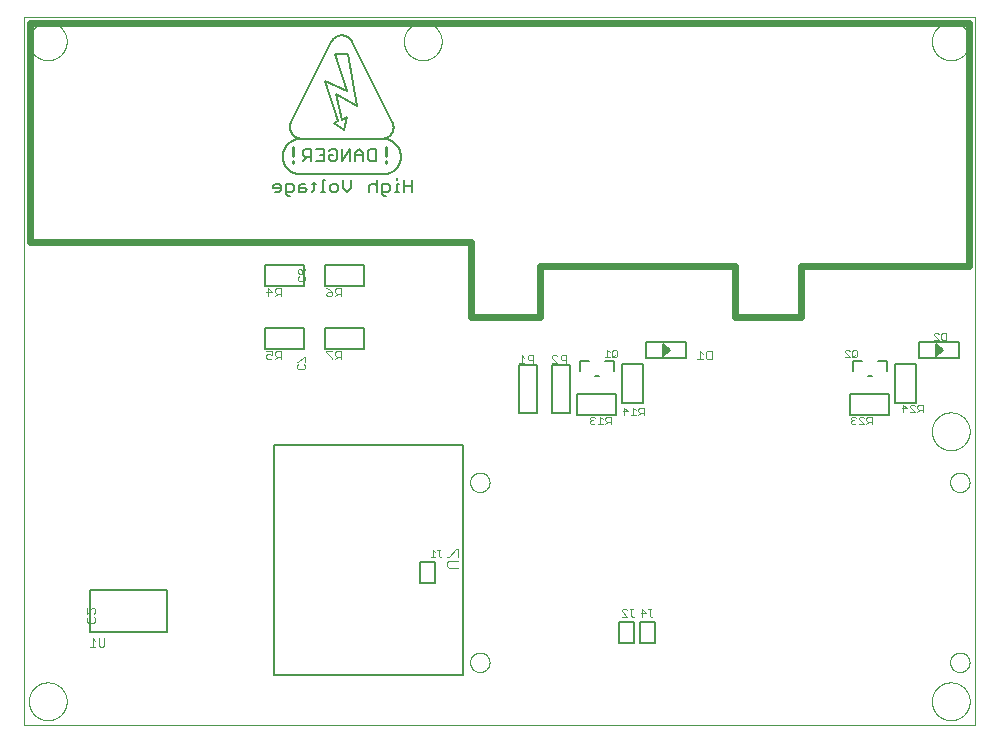
<source format=gbo>
G75*
%MOIN*%
%OFA0B0*%
%FSLAX25Y25*%
%IPPOS*%
%LPD*%
%AMOC8*
5,1,8,0,0,1.08239X$1,22.5*
%
%ADD10C,0.00000*%
%ADD11C,0.02400*%
%ADD12C,0.00500*%
%ADD13C,0.00400*%
%ADD14C,0.00300*%
%ADD15C,0.00200*%
%ADD16C,0.00800*%
%ADD17C,0.00700*%
%ADD18C,0.01100*%
D10*
X0002000Y0031850D02*
X0319000Y0031850D01*
X0319000Y0267850D01*
X0002000Y0267850D01*
X0002000Y0031850D01*
X0003701Y0039850D02*
X0003703Y0040008D01*
X0003709Y0040166D01*
X0003719Y0040324D01*
X0003733Y0040482D01*
X0003751Y0040639D01*
X0003772Y0040796D01*
X0003798Y0040952D01*
X0003828Y0041108D01*
X0003861Y0041263D01*
X0003899Y0041416D01*
X0003940Y0041569D01*
X0003985Y0041721D01*
X0004034Y0041872D01*
X0004087Y0042021D01*
X0004143Y0042169D01*
X0004203Y0042315D01*
X0004267Y0042460D01*
X0004335Y0042603D01*
X0004406Y0042745D01*
X0004480Y0042885D01*
X0004558Y0043022D01*
X0004640Y0043158D01*
X0004724Y0043292D01*
X0004813Y0043423D01*
X0004904Y0043552D01*
X0004999Y0043679D01*
X0005096Y0043804D01*
X0005197Y0043926D01*
X0005301Y0044045D01*
X0005408Y0044162D01*
X0005518Y0044276D01*
X0005631Y0044387D01*
X0005746Y0044496D01*
X0005864Y0044601D01*
X0005985Y0044703D01*
X0006108Y0044803D01*
X0006234Y0044899D01*
X0006362Y0044992D01*
X0006492Y0045082D01*
X0006625Y0045168D01*
X0006760Y0045252D01*
X0006896Y0045331D01*
X0007035Y0045408D01*
X0007176Y0045480D01*
X0007318Y0045550D01*
X0007462Y0045615D01*
X0007608Y0045677D01*
X0007755Y0045735D01*
X0007904Y0045790D01*
X0008054Y0045841D01*
X0008205Y0045888D01*
X0008357Y0045931D01*
X0008510Y0045970D01*
X0008665Y0046006D01*
X0008820Y0046037D01*
X0008976Y0046065D01*
X0009132Y0046089D01*
X0009289Y0046109D01*
X0009447Y0046125D01*
X0009604Y0046137D01*
X0009763Y0046145D01*
X0009921Y0046149D01*
X0010079Y0046149D01*
X0010237Y0046145D01*
X0010396Y0046137D01*
X0010553Y0046125D01*
X0010711Y0046109D01*
X0010868Y0046089D01*
X0011024Y0046065D01*
X0011180Y0046037D01*
X0011335Y0046006D01*
X0011490Y0045970D01*
X0011643Y0045931D01*
X0011795Y0045888D01*
X0011946Y0045841D01*
X0012096Y0045790D01*
X0012245Y0045735D01*
X0012392Y0045677D01*
X0012538Y0045615D01*
X0012682Y0045550D01*
X0012824Y0045480D01*
X0012965Y0045408D01*
X0013104Y0045331D01*
X0013240Y0045252D01*
X0013375Y0045168D01*
X0013508Y0045082D01*
X0013638Y0044992D01*
X0013766Y0044899D01*
X0013892Y0044803D01*
X0014015Y0044703D01*
X0014136Y0044601D01*
X0014254Y0044496D01*
X0014369Y0044387D01*
X0014482Y0044276D01*
X0014592Y0044162D01*
X0014699Y0044045D01*
X0014803Y0043926D01*
X0014904Y0043804D01*
X0015001Y0043679D01*
X0015096Y0043552D01*
X0015187Y0043423D01*
X0015276Y0043292D01*
X0015360Y0043158D01*
X0015442Y0043022D01*
X0015520Y0042885D01*
X0015594Y0042745D01*
X0015665Y0042603D01*
X0015733Y0042460D01*
X0015797Y0042315D01*
X0015857Y0042169D01*
X0015913Y0042021D01*
X0015966Y0041872D01*
X0016015Y0041721D01*
X0016060Y0041569D01*
X0016101Y0041416D01*
X0016139Y0041263D01*
X0016172Y0041108D01*
X0016202Y0040952D01*
X0016228Y0040796D01*
X0016249Y0040639D01*
X0016267Y0040482D01*
X0016281Y0040324D01*
X0016291Y0040166D01*
X0016297Y0040008D01*
X0016299Y0039850D01*
X0016297Y0039692D01*
X0016291Y0039534D01*
X0016281Y0039376D01*
X0016267Y0039218D01*
X0016249Y0039061D01*
X0016228Y0038904D01*
X0016202Y0038748D01*
X0016172Y0038592D01*
X0016139Y0038437D01*
X0016101Y0038284D01*
X0016060Y0038131D01*
X0016015Y0037979D01*
X0015966Y0037828D01*
X0015913Y0037679D01*
X0015857Y0037531D01*
X0015797Y0037385D01*
X0015733Y0037240D01*
X0015665Y0037097D01*
X0015594Y0036955D01*
X0015520Y0036815D01*
X0015442Y0036678D01*
X0015360Y0036542D01*
X0015276Y0036408D01*
X0015187Y0036277D01*
X0015096Y0036148D01*
X0015001Y0036021D01*
X0014904Y0035896D01*
X0014803Y0035774D01*
X0014699Y0035655D01*
X0014592Y0035538D01*
X0014482Y0035424D01*
X0014369Y0035313D01*
X0014254Y0035204D01*
X0014136Y0035099D01*
X0014015Y0034997D01*
X0013892Y0034897D01*
X0013766Y0034801D01*
X0013638Y0034708D01*
X0013508Y0034618D01*
X0013375Y0034532D01*
X0013240Y0034448D01*
X0013104Y0034369D01*
X0012965Y0034292D01*
X0012824Y0034220D01*
X0012682Y0034150D01*
X0012538Y0034085D01*
X0012392Y0034023D01*
X0012245Y0033965D01*
X0012096Y0033910D01*
X0011946Y0033859D01*
X0011795Y0033812D01*
X0011643Y0033769D01*
X0011490Y0033730D01*
X0011335Y0033694D01*
X0011180Y0033663D01*
X0011024Y0033635D01*
X0010868Y0033611D01*
X0010711Y0033591D01*
X0010553Y0033575D01*
X0010396Y0033563D01*
X0010237Y0033555D01*
X0010079Y0033551D01*
X0009921Y0033551D01*
X0009763Y0033555D01*
X0009604Y0033563D01*
X0009447Y0033575D01*
X0009289Y0033591D01*
X0009132Y0033611D01*
X0008976Y0033635D01*
X0008820Y0033663D01*
X0008665Y0033694D01*
X0008510Y0033730D01*
X0008357Y0033769D01*
X0008205Y0033812D01*
X0008054Y0033859D01*
X0007904Y0033910D01*
X0007755Y0033965D01*
X0007608Y0034023D01*
X0007462Y0034085D01*
X0007318Y0034150D01*
X0007176Y0034220D01*
X0007035Y0034292D01*
X0006896Y0034369D01*
X0006760Y0034448D01*
X0006625Y0034532D01*
X0006492Y0034618D01*
X0006362Y0034708D01*
X0006234Y0034801D01*
X0006108Y0034897D01*
X0005985Y0034997D01*
X0005864Y0035099D01*
X0005746Y0035204D01*
X0005631Y0035313D01*
X0005518Y0035424D01*
X0005408Y0035538D01*
X0005301Y0035655D01*
X0005197Y0035774D01*
X0005096Y0035896D01*
X0004999Y0036021D01*
X0004904Y0036148D01*
X0004813Y0036277D01*
X0004724Y0036408D01*
X0004640Y0036542D01*
X0004558Y0036678D01*
X0004480Y0036815D01*
X0004406Y0036955D01*
X0004335Y0037097D01*
X0004267Y0037240D01*
X0004203Y0037385D01*
X0004143Y0037531D01*
X0004087Y0037679D01*
X0004034Y0037828D01*
X0003985Y0037979D01*
X0003940Y0038131D01*
X0003899Y0038284D01*
X0003861Y0038437D01*
X0003828Y0038592D01*
X0003798Y0038748D01*
X0003772Y0038904D01*
X0003751Y0039061D01*
X0003733Y0039218D01*
X0003719Y0039376D01*
X0003709Y0039534D01*
X0003703Y0039692D01*
X0003701Y0039850D01*
X0150750Y0052850D02*
X0150752Y0052963D01*
X0150758Y0053077D01*
X0150768Y0053190D01*
X0150782Y0053302D01*
X0150799Y0053414D01*
X0150821Y0053526D01*
X0150847Y0053636D01*
X0150876Y0053746D01*
X0150909Y0053854D01*
X0150946Y0053962D01*
X0150987Y0054067D01*
X0151031Y0054172D01*
X0151079Y0054275D01*
X0151130Y0054376D01*
X0151185Y0054475D01*
X0151244Y0054572D01*
X0151306Y0054667D01*
X0151371Y0054760D01*
X0151439Y0054851D01*
X0151510Y0054939D01*
X0151585Y0055025D01*
X0151662Y0055108D01*
X0151742Y0055188D01*
X0151825Y0055265D01*
X0151911Y0055340D01*
X0151999Y0055411D01*
X0152090Y0055479D01*
X0152183Y0055544D01*
X0152278Y0055606D01*
X0152375Y0055665D01*
X0152474Y0055720D01*
X0152575Y0055771D01*
X0152678Y0055819D01*
X0152783Y0055863D01*
X0152888Y0055904D01*
X0152996Y0055941D01*
X0153104Y0055974D01*
X0153214Y0056003D01*
X0153324Y0056029D01*
X0153436Y0056051D01*
X0153548Y0056068D01*
X0153660Y0056082D01*
X0153773Y0056092D01*
X0153887Y0056098D01*
X0154000Y0056100D01*
X0154113Y0056098D01*
X0154227Y0056092D01*
X0154340Y0056082D01*
X0154452Y0056068D01*
X0154564Y0056051D01*
X0154676Y0056029D01*
X0154786Y0056003D01*
X0154896Y0055974D01*
X0155004Y0055941D01*
X0155112Y0055904D01*
X0155217Y0055863D01*
X0155322Y0055819D01*
X0155425Y0055771D01*
X0155526Y0055720D01*
X0155625Y0055665D01*
X0155722Y0055606D01*
X0155817Y0055544D01*
X0155910Y0055479D01*
X0156001Y0055411D01*
X0156089Y0055340D01*
X0156175Y0055265D01*
X0156258Y0055188D01*
X0156338Y0055108D01*
X0156415Y0055025D01*
X0156490Y0054939D01*
X0156561Y0054851D01*
X0156629Y0054760D01*
X0156694Y0054667D01*
X0156756Y0054572D01*
X0156815Y0054475D01*
X0156870Y0054376D01*
X0156921Y0054275D01*
X0156969Y0054172D01*
X0157013Y0054067D01*
X0157054Y0053962D01*
X0157091Y0053854D01*
X0157124Y0053746D01*
X0157153Y0053636D01*
X0157179Y0053526D01*
X0157201Y0053414D01*
X0157218Y0053302D01*
X0157232Y0053190D01*
X0157242Y0053077D01*
X0157248Y0052963D01*
X0157250Y0052850D01*
X0157248Y0052737D01*
X0157242Y0052623D01*
X0157232Y0052510D01*
X0157218Y0052398D01*
X0157201Y0052286D01*
X0157179Y0052174D01*
X0157153Y0052064D01*
X0157124Y0051954D01*
X0157091Y0051846D01*
X0157054Y0051738D01*
X0157013Y0051633D01*
X0156969Y0051528D01*
X0156921Y0051425D01*
X0156870Y0051324D01*
X0156815Y0051225D01*
X0156756Y0051128D01*
X0156694Y0051033D01*
X0156629Y0050940D01*
X0156561Y0050849D01*
X0156490Y0050761D01*
X0156415Y0050675D01*
X0156338Y0050592D01*
X0156258Y0050512D01*
X0156175Y0050435D01*
X0156089Y0050360D01*
X0156001Y0050289D01*
X0155910Y0050221D01*
X0155817Y0050156D01*
X0155722Y0050094D01*
X0155625Y0050035D01*
X0155526Y0049980D01*
X0155425Y0049929D01*
X0155322Y0049881D01*
X0155217Y0049837D01*
X0155112Y0049796D01*
X0155004Y0049759D01*
X0154896Y0049726D01*
X0154786Y0049697D01*
X0154676Y0049671D01*
X0154564Y0049649D01*
X0154452Y0049632D01*
X0154340Y0049618D01*
X0154227Y0049608D01*
X0154113Y0049602D01*
X0154000Y0049600D01*
X0153887Y0049602D01*
X0153773Y0049608D01*
X0153660Y0049618D01*
X0153548Y0049632D01*
X0153436Y0049649D01*
X0153324Y0049671D01*
X0153214Y0049697D01*
X0153104Y0049726D01*
X0152996Y0049759D01*
X0152888Y0049796D01*
X0152783Y0049837D01*
X0152678Y0049881D01*
X0152575Y0049929D01*
X0152474Y0049980D01*
X0152375Y0050035D01*
X0152278Y0050094D01*
X0152183Y0050156D01*
X0152090Y0050221D01*
X0151999Y0050289D01*
X0151911Y0050360D01*
X0151825Y0050435D01*
X0151742Y0050512D01*
X0151662Y0050592D01*
X0151585Y0050675D01*
X0151510Y0050761D01*
X0151439Y0050849D01*
X0151371Y0050940D01*
X0151306Y0051033D01*
X0151244Y0051128D01*
X0151185Y0051225D01*
X0151130Y0051324D01*
X0151079Y0051425D01*
X0151031Y0051528D01*
X0150987Y0051633D01*
X0150946Y0051738D01*
X0150909Y0051846D01*
X0150876Y0051954D01*
X0150847Y0052064D01*
X0150821Y0052174D01*
X0150799Y0052286D01*
X0150782Y0052398D01*
X0150768Y0052510D01*
X0150758Y0052623D01*
X0150752Y0052737D01*
X0150750Y0052850D01*
X0150750Y0112850D02*
X0150752Y0112963D01*
X0150758Y0113077D01*
X0150768Y0113190D01*
X0150782Y0113302D01*
X0150799Y0113414D01*
X0150821Y0113526D01*
X0150847Y0113636D01*
X0150876Y0113746D01*
X0150909Y0113854D01*
X0150946Y0113962D01*
X0150987Y0114067D01*
X0151031Y0114172D01*
X0151079Y0114275D01*
X0151130Y0114376D01*
X0151185Y0114475D01*
X0151244Y0114572D01*
X0151306Y0114667D01*
X0151371Y0114760D01*
X0151439Y0114851D01*
X0151510Y0114939D01*
X0151585Y0115025D01*
X0151662Y0115108D01*
X0151742Y0115188D01*
X0151825Y0115265D01*
X0151911Y0115340D01*
X0151999Y0115411D01*
X0152090Y0115479D01*
X0152183Y0115544D01*
X0152278Y0115606D01*
X0152375Y0115665D01*
X0152474Y0115720D01*
X0152575Y0115771D01*
X0152678Y0115819D01*
X0152783Y0115863D01*
X0152888Y0115904D01*
X0152996Y0115941D01*
X0153104Y0115974D01*
X0153214Y0116003D01*
X0153324Y0116029D01*
X0153436Y0116051D01*
X0153548Y0116068D01*
X0153660Y0116082D01*
X0153773Y0116092D01*
X0153887Y0116098D01*
X0154000Y0116100D01*
X0154113Y0116098D01*
X0154227Y0116092D01*
X0154340Y0116082D01*
X0154452Y0116068D01*
X0154564Y0116051D01*
X0154676Y0116029D01*
X0154786Y0116003D01*
X0154896Y0115974D01*
X0155004Y0115941D01*
X0155112Y0115904D01*
X0155217Y0115863D01*
X0155322Y0115819D01*
X0155425Y0115771D01*
X0155526Y0115720D01*
X0155625Y0115665D01*
X0155722Y0115606D01*
X0155817Y0115544D01*
X0155910Y0115479D01*
X0156001Y0115411D01*
X0156089Y0115340D01*
X0156175Y0115265D01*
X0156258Y0115188D01*
X0156338Y0115108D01*
X0156415Y0115025D01*
X0156490Y0114939D01*
X0156561Y0114851D01*
X0156629Y0114760D01*
X0156694Y0114667D01*
X0156756Y0114572D01*
X0156815Y0114475D01*
X0156870Y0114376D01*
X0156921Y0114275D01*
X0156969Y0114172D01*
X0157013Y0114067D01*
X0157054Y0113962D01*
X0157091Y0113854D01*
X0157124Y0113746D01*
X0157153Y0113636D01*
X0157179Y0113526D01*
X0157201Y0113414D01*
X0157218Y0113302D01*
X0157232Y0113190D01*
X0157242Y0113077D01*
X0157248Y0112963D01*
X0157250Y0112850D01*
X0157248Y0112737D01*
X0157242Y0112623D01*
X0157232Y0112510D01*
X0157218Y0112398D01*
X0157201Y0112286D01*
X0157179Y0112174D01*
X0157153Y0112064D01*
X0157124Y0111954D01*
X0157091Y0111846D01*
X0157054Y0111738D01*
X0157013Y0111633D01*
X0156969Y0111528D01*
X0156921Y0111425D01*
X0156870Y0111324D01*
X0156815Y0111225D01*
X0156756Y0111128D01*
X0156694Y0111033D01*
X0156629Y0110940D01*
X0156561Y0110849D01*
X0156490Y0110761D01*
X0156415Y0110675D01*
X0156338Y0110592D01*
X0156258Y0110512D01*
X0156175Y0110435D01*
X0156089Y0110360D01*
X0156001Y0110289D01*
X0155910Y0110221D01*
X0155817Y0110156D01*
X0155722Y0110094D01*
X0155625Y0110035D01*
X0155526Y0109980D01*
X0155425Y0109929D01*
X0155322Y0109881D01*
X0155217Y0109837D01*
X0155112Y0109796D01*
X0155004Y0109759D01*
X0154896Y0109726D01*
X0154786Y0109697D01*
X0154676Y0109671D01*
X0154564Y0109649D01*
X0154452Y0109632D01*
X0154340Y0109618D01*
X0154227Y0109608D01*
X0154113Y0109602D01*
X0154000Y0109600D01*
X0153887Y0109602D01*
X0153773Y0109608D01*
X0153660Y0109618D01*
X0153548Y0109632D01*
X0153436Y0109649D01*
X0153324Y0109671D01*
X0153214Y0109697D01*
X0153104Y0109726D01*
X0152996Y0109759D01*
X0152888Y0109796D01*
X0152783Y0109837D01*
X0152678Y0109881D01*
X0152575Y0109929D01*
X0152474Y0109980D01*
X0152375Y0110035D01*
X0152278Y0110094D01*
X0152183Y0110156D01*
X0152090Y0110221D01*
X0151999Y0110289D01*
X0151911Y0110360D01*
X0151825Y0110435D01*
X0151742Y0110512D01*
X0151662Y0110592D01*
X0151585Y0110675D01*
X0151510Y0110761D01*
X0151439Y0110849D01*
X0151371Y0110940D01*
X0151306Y0111033D01*
X0151244Y0111128D01*
X0151185Y0111225D01*
X0151130Y0111324D01*
X0151079Y0111425D01*
X0151031Y0111528D01*
X0150987Y0111633D01*
X0150946Y0111738D01*
X0150909Y0111846D01*
X0150876Y0111954D01*
X0150847Y0112064D01*
X0150821Y0112174D01*
X0150799Y0112286D01*
X0150782Y0112398D01*
X0150768Y0112510D01*
X0150758Y0112623D01*
X0150752Y0112737D01*
X0150750Y0112850D01*
X0304701Y0129850D02*
X0304703Y0130008D01*
X0304709Y0130166D01*
X0304719Y0130324D01*
X0304733Y0130482D01*
X0304751Y0130639D01*
X0304772Y0130796D01*
X0304798Y0130952D01*
X0304828Y0131108D01*
X0304861Y0131263D01*
X0304899Y0131416D01*
X0304940Y0131569D01*
X0304985Y0131721D01*
X0305034Y0131872D01*
X0305087Y0132021D01*
X0305143Y0132169D01*
X0305203Y0132315D01*
X0305267Y0132460D01*
X0305335Y0132603D01*
X0305406Y0132745D01*
X0305480Y0132885D01*
X0305558Y0133022D01*
X0305640Y0133158D01*
X0305724Y0133292D01*
X0305813Y0133423D01*
X0305904Y0133552D01*
X0305999Y0133679D01*
X0306096Y0133804D01*
X0306197Y0133926D01*
X0306301Y0134045D01*
X0306408Y0134162D01*
X0306518Y0134276D01*
X0306631Y0134387D01*
X0306746Y0134496D01*
X0306864Y0134601D01*
X0306985Y0134703D01*
X0307108Y0134803D01*
X0307234Y0134899D01*
X0307362Y0134992D01*
X0307492Y0135082D01*
X0307625Y0135168D01*
X0307760Y0135252D01*
X0307896Y0135331D01*
X0308035Y0135408D01*
X0308176Y0135480D01*
X0308318Y0135550D01*
X0308462Y0135615D01*
X0308608Y0135677D01*
X0308755Y0135735D01*
X0308904Y0135790D01*
X0309054Y0135841D01*
X0309205Y0135888D01*
X0309357Y0135931D01*
X0309510Y0135970D01*
X0309665Y0136006D01*
X0309820Y0136037D01*
X0309976Y0136065D01*
X0310132Y0136089D01*
X0310289Y0136109D01*
X0310447Y0136125D01*
X0310604Y0136137D01*
X0310763Y0136145D01*
X0310921Y0136149D01*
X0311079Y0136149D01*
X0311237Y0136145D01*
X0311396Y0136137D01*
X0311553Y0136125D01*
X0311711Y0136109D01*
X0311868Y0136089D01*
X0312024Y0136065D01*
X0312180Y0136037D01*
X0312335Y0136006D01*
X0312490Y0135970D01*
X0312643Y0135931D01*
X0312795Y0135888D01*
X0312946Y0135841D01*
X0313096Y0135790D01*
X0313245Y0135735D01*
X0313392Y0135677D01*
X0313538Y0135615D01*
X0313682Y0135550D01*
X0313824Y0135480D01*
X0313965Y0135408D01*
X0314104Y0135331D01*
X0314240Y0135252D01*
X0314375Y0135168D01*
X0314508Y0135082D01*
X0314638Y0134992D01*
X0314766Y0134899D01*
X0314892Y0134803D01*
X0315015Y0134703D01*
X0315136Y0134601D01*
X0315254Y0134496D01*
X0315369Y0134387D01*
X0315482Y0134276D01*
X0315592Y0134162D01*
X0315699Y0134045D01*
X0315803Y0133926D01*
X0315904Y0133804D01*
X0316001Y0133679D01*
X0316096Y0133552D01*
X0316187Y0133423D01*
X0316276Y0133292D01*
X0316360Y0133158D01*
X0316442Y0133022D01*
X0316520Y0132885D01*
X0316594Y0132745D01*
X0316665Y0132603D01*
X0316733Y0132460D01*
X0316797Y0132315D01*
X0316857Y0132169D01*
X0316913Y0132021D01*
X0316966Y0131872D01*
X0317015Y0131721D01*
X0317060Y0131569D01*
X0317101Y0131416D01*
X0317139Y0131263D01*
X0317172Y0131108D01*
X0317202Y0130952D01*
X0317228Y0130796D01*
X0317249Y0130639D01*
X0317267Y0130482D01*
X0317281Y0130324D01*
X0317291Y0130166D01*
X0317297Y0130008D01*
X0317299Y0129850D01*
X0317297Y0129692D01*
X0317291Y0129534D01*
X0317281Y0129376D01*
X0317267Y0129218D01*
X0317249Y0129061D01*
X0317228Y0128904D01*
X0317202Y0128748D01*
X0317172Y0128592D01*
X0317139Y0128437D01*
X0317101Y0128284D01*
X0317060Y0128131D01*
X0317015Y0127979D01*
X0316966Y0127828D01*
X0316913Y0127679D01*
X0316857Y0127531D01*
X0316797Y0127385D01*
X0316733Y0127240D01*
X0316665Y0127097D01*
X0316594Y0126955D01*
X0316520Y0126815D01*
X0316442Y0126678D01*
X0316360Y0126542D01*
X0316276Y0126408D01*
X0316187Y0126277D01*
X0316096Y0126148D01*
X0316001Y0126021D01*
X0315904Y0125896D01*
X0315803Y0125774D01*
X0315699Y0125655D01*
X0315592Y0125538D01*
X0315482Y0125424D01*
X0315369Y0125313D01*
X0315254Y0125204D01*
X0315136Y0125099D01*
X0315015Y0124997D01*
X0314892Y0124897D01*
X0314766Y0124801D01*
X0314638Y0124708D01*
X0314508Y0124618D01*
X0314375Y0124532D01*
X0314240Y0124448D01*
X0314104Y0124369D01*
X0313965Y0124292D01*
X0313824Y0124220D01*
X0313682Y0124150D01*
X0313538Y0124085D01*
X0313392Y0124023D01*
X0313245Y0123965D01*
X0313096Y0123910D01*
X0312946Y0123859D01*
X0312795Y0123812D01*
X0312643Y0123769D01*
X0312490Y0123730D01*
X0312335Y0123694D01*
X0312180Y0123663D01*
X0312024Y0123635D01*
X0311868Y0123611D01*
X0311711Y0123591D01*
X0311553Y0123575D01*
X0311396Y0123563D01*
X0311237Y0123555D01*
X0311079Y0123551D01*
X0310921Y0123551D01*
X0310763Y0123555D01*
X0310604Y0123563D01*
X0310447Y0123575D01*
X0310289Y0123591D01*
X0310132Y0123611D01*
X0309976Y0123635D01*
X0309820Y0123663D01*
X0309665Y0123694D01*
X0309510Y0123730D01*
X0309357Y0123769D01*
X0309205Y0123812D01*
X0309054Y0123859D01*
X0308904Y0123910D01*
X0308755Y0123965D01*
X0308608Y0124023D01*
X0308462Y0124085D01*
X0308318Y0124150D01*
X0308176Y0124220D01*
X0308035Y0124292D01*
X0307896Y0124369D01*
X0307760Y0124448D01*
X0307625Y0124532D01*
X0307492Y0124618D01*
X0307362Y0124708D01*
X0307234Y0124801D01*
X0307108Y0124897D01*
X0306985Y0124997D01*
X0306864Y0125099D01*
X0306746Y0125204D01*
X0306631Y0125313D01*
X0306518Y0125424D01*
X0306408Y0125538D01*
X0306301Y0125655D01*
X0306197Y0125774D01*
X0306096Y0125896D01*
X0305999Y0126021D01*
X0305904Y0126148D01*
X0305813Y0126277D01*
X0305724Y0126408D01*
X0305640Y0126542D01*
X0305558Y0126678D01*
X0305480Y0126815D01*
X0305406Y0126955D01*
X0305335Y0127097D01*
X0305267Y0127240D01*
X0305203Y0127385D01*
X0305143Y0127531D01*
X0305087Y0127679D01*
X0305034Y0127828D01*
X0304985Y0127979D01*
X0304940Y0128131D01*
X0304899Y0128284D01*
X0304861Y0128437D01*
X0304828Y0128592D01*
X0304798Y0128748D01*
X0304772Y0128904D01*
X0304751Y0129061D01*
X0304733Y0129218D01*
X0304719Y0129376D01*
X0304709Y0129534D01*
X0304703Y0129692D01*
X0304701Y0129850D01*
X0310750Y0112850D02*
X0310752Y0112963D01*
X0310758Y0113077D01*
X0310768Y0113190D01*
X0310782Y0113302D01*
X0310799Y0113414D01*
X0310821Y0113526D01*
X0310847Y0113636D01*
X0310876Y0113746D01*
X0310909Y0113854D01*
X0310946Y0113962D01*
X0310987Y0114067D01*
X0311031Y0114172D01*
X0311079Y0114275D01*
X0311130Y0114376D01*
X0311185Y0114475D01*
X0311244Y0114572D01*
X0311306Y0114667D01*
X0311371Y0114760D01*
X0311439Y0114851D01*
X0311510Y0114939D01*
X0311585Y0115025D01*
X0311662Y0115108D01*
X0311742Y0115188D01*
X0311825Y0115265D01*
X0311911Y0115340D01*
X0311999Y0115411D01*
X0312090Y0115479D01*
X0312183Y0115544D01*
X0312278Y0115606D01*
X0312375Y0115665D01*
X0312474Y0115720D01*
X0312575Y0115771D01*
X0312678Y0115819D01*
X0312783Y0115863D01*
X0312888Y0115904D01*
X0312996Y0115941D01*
X0313104Y0115974D01*
X0313214Y0116003D01*
X0313324Y0116029D01*
X0313436Y0116051D01*
X0313548Y0116068D01*
X0313660Y0116082D01*
X0313773Y0116092D01*
X0313887Y0116098D01*
X0314000Y0116100D01*
X0314113Y0116098D01*
X0314227Y0116092D01*
X0314340Y0116082D01*
X0314452Y0116068D01*
X0314564Y0116051D01*
X0314676Y0116029D01*
X0314786Y0116003D01*
X0314896Y0115974D01*
X0315004Y0115941D01*
X0315112Y0115904D01*
X0315217Y0115863D01*
X0315322Y0115819D01*
X0315425Y0115771D01*
X0315526Y0115720D01*
X0315625Y0115665D01*
X0315722Y0115606D01*
X0315817Y0115544D01*
X0315910Y0115479D01*
X0316001Y0115411D01*
X0316089Y0115340D01*
X0316175Y0115265D01*
X0316258Y0115188D01*
X0316338Y0115108D01*
X0316415Y0115025D01*
X0316490Y0114939D01*
X0316561Y0114851D01*
X0316629Y0114760D01*
X0316694Y0114667D01*
X0316756Y0114572D01*
X0316815Y0114475D01*
X0316870Y0114376D01*
X0316921Y0114275D01*
X0316969Y0114172D01*
X0317013Y0114067D01*
X0317054Y0113962D01*
X0317091Y0113854D01*
X0317124Y0113746D01*
X0317153Y0113636D01*
X0317179Y0113526D01*
X0317201Y0113414D01*
X0317218Y0113302D01*
X0317232Y0113190D01*
X0317242Y0113077D01*
X0317248Y0112963D01*
X0317250Y0112850D01*
X0317248Y0112737D01*
X0317242Y0112623D01*
X0317232Y0112510D01*
X0317218Y0112398D01*
X0317201Y0112286D01*
X0317179Y0112174D01*
X0317153Y0112064D01*
X0317124Y0111954D01*
X0317091Y0111846D01*
X0317054Y0111738D01*
X0317013Y0111633D01*
X0316969Y0111528D01*
X0316921Y0111425D01*
X0316870Y0111324D01*
X0316815Y0111225D01*
X0316756Y0111128D01*
X0316694Y0111033D01*
X0316629Y0110940D01*
X0316561Y0110849D01*
X0316490Y0110761D01*
X0316415Y0110675D01*
X0316338Y0110592D01*
X0316258Y0110512D01*
X0316175Y0110435D01*
X0316089Y0110360D01*
X0316001Y0110289D01*
X0315910Y0110221D01*
X0315817Y0110156D01*
X0315722Y0110094D01*
X0315625Y0110035D01*
X0315526Y0109980D01*
X0315425Y0109929D01*
X0315322Y0109881D01*
X0315217Y0109837D01*
X0315112Y0109796D01*
X0315004Y0109759D01*
X0314896Y0109726D01*
X0314786Y0109697D01*
X0314676Y0109671D01*
X0314564Y0109649D01*
X0314452Y0109632D01*
X0314340Y0109618D01*
X0314227Y0109608D01*
X0314113Y0109602D01*
X0314000Y0109600D01*
X0313887Y0109602D01*
X0313773Y0109608D01*
X0313660Y0109618D01*
X0313548Y0109632D01*
X0313436Y0109649D01*
X0313324Y0109671D01*
X0313214Y0109697D01*
X0313104Y0109726D01*
X0312996Y0109759D01*
X0312888Y0109796D01*
X0312783Y0109837D01*
X0312678Y0109881D01*
X0312575Y0109929D01*
X0312474Y0109980D01*
X0312375Y0110035D01*
X0312278Y0110094D01*
X0312183Y0110156D01*
X0312090Y0110221D01*
X0311999Y0110289D01*
X0311911Y0110360D01*
X0311825Y0110435D01*
X0311742Y0110512D01*
X0311662Y0110592D01*
X0311585Y0110675D01*
X0311510Y0110761D01*
X0311439Y0110849D01*
X0311371Y0110940D01*
X0311306Y0111033D01*
X0311244Y0111128D01*
X0311185Y0111225D01*
X0311130Y0111324D01*
X0311079Y0111425D01*
X0311031Y0111528D01*
X0310987Y0111633D01*
X0310946Y0111738D01*
X0310909Y0111846D01*
X0310876Y0111954D01*
X0310847Y0112064D01*
X0310821Y0112174D01*
X0310799Y0112286D01*
X0310782Y0112398D01*
X0310768Y0112510D01*
X0310758Y0112623D01*
X0310752Y0112737D01*
X0310750Y0112850D01*
X0310750Y0052850D02*
X0310752Y0052963D01*
X0310758Y0053077D01*
X0310768Y0053190D01*
X0310782Y0053302D01*
X0310799Y0053414D01*
X0310821Y0053526D01*
X0310847Y0053636D01*
X0310876Y0053746D01*
X0310909Y0053854D01*
X0310946Y0053962D01*
X0310987Y0054067D01*
X0311031Y0054172D01*
X0311079Y0054275D01*
X0311130Y0054376D01*
X0311185Y0054475D01*
X0311244Y0054572D01*
X0311306Y0054667D01*
X0311371Y0054760D01*
X0311439Y0054851D01*
X0311510Y0054939D01*
X0311585Y0055025D01*
X0311662Y0055108D01*
X0311742Y0055188D01*
X0311825Y0055265D01*
X0311911Y0055340D01*
X0311999Y0055411D01*
X0312090Y0055479D01*
X0312183Y0055544D01*
X0312278Y0055606D01*
X0312375Y0055665D01*
X0312474Y0055720D01*
X0312575Y0055771D01*
X0312678Y0055819D01*
X0312783Y0055863D01*
X0312888Y0055904D01*
X0312996Y0055941D01*
X0313104Y0055974D01*
X0313214Y0056003D01*
X0313324Y0056029D01*
X0313436Y0056051D01*
X0313548Y0056068D01*
X0313660Y0056082D01*
X0313773Y0056092D01*
X0313887Y0056098D01*
X0314000Y0056100D01*
X0314113Y0056098D01*
X0314227Y0056092D01*
X0314340Y0056082D01*
X0314452Y0056068D01*
X0314564Y0056051D01*
X0314676Y0056029D01*
X0314786Y0056003D01*
X0314896Y0055974D01*
X0315004Y0055941D01*
X0315112Y0055904D01*
X0315217Y0055863D01*
X0315322Y0055819D01*
X0315425Y0055771D01*
X0315526Y0055720D01*
X0315625Y0055665D01*
X0315722Y0055606D01*
X0315817Y0055544D01*
X0315910Y0055479D01*
X0316001Y0055411D01*
X0316089Y0055340D01*
X0316175Y0055265D01*
X0316258Y0055188D01*
X0316338Y0055108D01*
X0316415Y0055025D01*
X0316490Y0054939D01*
X0316561Y0054851D01*
X0316629Y0054760D01*
X0316694Y0054667D01*
X0316756Y0054572D01*
X0316815Y0054475D01*
X0316870Y0054376D01*
X0316921Y0054275D01*
X0316969Y0054172D01*
X0317013Y0054067D01*
X0317054Y0053962D01*
X0317091Y0053854D01*
X0317124Y0053746D01*
X0317153Y0053636D01*
X0317179Y0053526D01*
X0317201Y0053414D01*
X0317218Y0053302D01*
X0317232Y0053190D01*
X0317242Y0053077D01*
X0317248Y0052963D01*
X0317250Y0052850D01*
X0317248Y0052737D01*
X0317242Y0052623D01*
X0317232Y0052510D01*
X0317218Y0052398D01*
X0317201Y0052286D01*
X0317179Y0052174D01*
X0317153Y0052064D01*
X0317124Y0051954D01*
X0317091Y0051846D01*
X0317054Y0051738D01*
X0317013Y0051633D01*
X0316969Y0051528D01*
X0316921Y0051425D01*
X0316870Y0051324D01*
X0316815Y0051225D01*
X0316756Y0051128D01*
X0316694Y0051033D01*
X0316629Y0050940D01*
X0316561Y0050849D01*
X0316490Y0050761D01*
X0316415Y0050675D01*
X0316338Y0050592D01*
X0316258Y0050512D01*
X0316175Y0050435D01*
X0316089Y0050360D01*
X0316001Y0050289D01*
X0315910Y0050221D01*
X0315817Y0050156D01*
X0315722Y0050094D01*
X0315625Y0050035D01*
X0315526Y0049980D01*
X0315425Y0049929D01*
X0315322Y0049881D01*
X0315217Y0049837D01*
X0315112Y0049796D01*
X0315004Y0049759D01*
X0314896Y0049726D01*
X0314786Y0049697D01*
X0314676Y0049671D01*
X0314564Y0049649D01*
X0314452Y0049632D01*
X0314340Y0049618D01*
X0314227Y0049608D01*
X0314113Y0049602D01*
X0314000Y0049600D01*
X0313887Y0049602D01*
X0313773Y0049608D01*
X0313660Y0049618D01*
X0313548Y0049632D01*
X0313436Y0049649D01*
X0313324Y0049671D01*
X0313214Y0049697D01*
X0313104Y0049726D01*
X0312996Y0049759D01*
X0312888Y0049796D01*
X0312783Y0049837D01*
X0312678Y0049881D01*
X0312575Y0049929D01*
X0312474Y0049980D01*
X0312375Y0050035D01*
X0312278Y0050094D01*
X0312183Y0050156D01*
X0312090Y0050221D01*
X0311999Y0050289D01*
X0311911Y0050360D01*
X0311825Y0050435D01*
X0311742Y0050512D01*
X0311662Y0050592D01*
X0311585Y0050675D01*
X0311510Y0050761D01*
X0311439Y0050849D01*
X0311371Y0050940D01*
X0311306Y0051033D01*
X0311244Y0051128D01*
X0311185Y0051225D01*
X0311130Y0051324D01*
X0311079Y0051425D01*
X0311031Y0051528D01*
X0310987Y0051633D01*
X0310946Y0051738D01*
X0310909Y0051846D01*
X0310876Y0051954D01*
X0310847Y0052064D01*
X0310821Y0052174D01*
X0310799Y0052286D01*
X0310782Y0052398D01*
X0310768Y0052510D01*
X0310758Y0052623D01*
X0310752Y0052737D01*
X0310750Y0052850D01*
X0304701Y0039850D02*
X0304703Y0040008D01*
X0304709Y0040166D01*
X0304719Y0040324D01*
X0304733Y0040482D01*
X0304751Y0040639D01*
X0304772Y0040796D01*
X0304798Y0040952D01*
X0304828Y0041108D01*
X0304861Y0041263D01*
X0304899Y0041416D01*
X0304940Y0041569D01*
X0304985Y0041721D01*
X0305034Y0041872D01*
X0305087Y0042021D01*
X0305143Y0042169D01*
X0305203Y0042315D01*
X0305267Y0042460D01*
X0305335Y0042603D01*
X0305406Y0042745D01*
X0305480Y0042885D01*
X0305558Y0043022D01*
X0305640Y0043158D01*
X0305724Y0043292D01*
X0305813Y0043423D01*
X0305904Y0043552D01*
X0305999Y0043679D01*
X0306096Y0043804D01*
X0306197Y0043926D01*
X0306301Y0044045D01*
X0306408Y0044162D01*
X0306518Y0044276D01*
X0306631Y0044387D01*
X0306746Y0044496D01*
X0306864Y0044601D01*
X0306985Y0044703D01*
X0307108Y0044803D01*
X0307234Y0044899D01*
X0307362Y0044992D01*
X0307492Y0045082D01*
X0307625Y0045168D01*
X0307760Y0045252D01*
X0307896Y0045331D01*
X0308035Y0045408D01*
X0308176Y0045480D01*
X0308318Y0045550D01*
X0308462Y0045615D01*
X0308608Y0045677D01*
X0308755Y0045735D01*
X0308904Y0045790D01*
X0309054Y0045841D01*
X0309205Y0045888D01*
X0309357Y0045931D01*
X0309510Y0045970D01*
X0309665Y0046006D01*
X0309820Y0046037D01*
X0309976Y0046065D01*
X0310132Y0046089D01*
X0310289Y0046109D01*
X0310447Y0046125D01*
X0310604Y0046137D01*
X0310763Y0046145D01*
X0310921Y0046149D01*
X0311079Y0046149D01*
X0311237Y0046145D01*
X0311396Y0046137D01*
X0311553Y0046125D01*
X0311711Y0046109D01*
X0311868Y0046089D01*
X0312024Y0046065D01*
X0312180Y0046037D01*
X0312335Y0046006D01*
X0312490Y0045970D01*
X0312643Y0045931D01*
X0312795Y0045888D01*
X0312946Y0045841D01*
X0313096Y0045790D01*
X0313245Y0045735D01*
X0313392Y0045677D01*
X0313538Y0045615D01*
X0313682Y0045550D01*
X0313824Y0045480D01*
X0313965Y0045408D01*
X0314104Y0045331D01*
X0314240Y0045252D01*
X0314375Y0045168D01*
X0314508Y0045082D01*
X0314638Y0044992D01*
X0314766Y0044899D01*
X0314892Y0044803D01*
X0315015Y0044703D01*
X0315136Y0044601D01*
X0315254Y0044496D01*
X0315369Y0044387D01*
X0315482Y0044276D01*
X0315592Y0044162D01*
X0315699Y0044045D01*
X0315803Y0043926D01*
X0315904Y0043804D01*
X0316001Y0043679D01*
X0316096Y0043552D01*
X0316187Y0043423D01*
X0316276Y0043292D01*
X0316360Y0043158D01*
X0316442Y0043022D01*
X0316520Y0042885D01*
X0316594Y0042745D01*
X0316665Y0042603D01*
X0316733Y0042460D01*
X0316797Y0042315D01*
X0316857Y0042169D01*
X0316913Y0042021D01*
X0316966Y0041872D01*
X0317015Y0041721D01*
X0317060Y0041569D01*
X0317101Y0041416D01*
X0317139Y0041263D01*
X0317172Y0041108D01*
X0317202Y0040952D01*
X0317228Y0040796D01*
X0317249Y0040639D01*
X0317267Y0040482D01*
X0317281Y0040324D01*
X0317291Y0040166D01*
X0317297Y0040008D01*
X0317299Y0039850D01*
X0317297Y0039692D01*
X0317291Y0039534D01*
X0317281Y0039376D01*
X0317267Y0039218D01*
X0317249Y0039061D01*
X0317228Y0038904D01*
X0317202Y0038748D01*
X0317172Y0038592D01*
X0317139Y0038437D01*
X0317101Y0038284D01*
X0317060Y0038131D01*
X0317015Y0037979D01*
X0316966Y0037828D01*
X0316913Y0037679D01*
X0316857Y0037531D01*
X0316797Y0037385D01*
X0316733Y0037240D01*
X0316665Y0037097D01*
X0316594Y0036955D01*
X0316520Y0036815D01*
X0316442Y0036678D01*
X0316360Y0036542D01*
X0316276Y0036408D01*
X0316187Y0036277D01*
X0316096Y0036148D01*
X0316001Y0036021D01*
X0315904Y0035896D01*
X0315803Y0035774D01*
X0315699Y0035655D01*
X0315592Y0035538D01*
X0315482Y0035424D01*
X0315369Y0035313D01*
X0315254Y0035204D01*
X0315136Y0035099D01*
X0315015Y0034997D01*
X0314892Y0034897D01*
X0314766Y0034801D01*
X0314638Y0034708D01*
X0314508Y0034618D01*
X0314375Y0034532D01*
X0314240Y0034448D01*
X0314104Y0034369D01*
X0313965Y0034292D01*
X0313824Y0034220D01*
X0313682Y0034150D01*
X0313538Y0034085D01*
X0313392Y0034023D01*
X0313245Y0033965D01*
X0313096Y0033910D01*
X0312946Y0033859D01*
X0312795Y0033812D01*
X0312643Y0033769D01*
X0312490Y0033730D01*
X0312335Y0033694D01*
X0312180Y0033663D01*
X0312024Y0033635D01*
X0311868Y0033611D01*
X0311711Y0033591D01*
X0311553Y0033575D01*
X0311396Y0033563D01*
X0311237Y0033555D01*
X0311079Y0033551D01*
X0310921Y0033551D01*
X0310763Y0033555D01*
X0310604Y0033563D01*
X0310447Y0033575D01*
X0310289Y0033591D01*
X0310132Y0033611D01*
X0309976Y0033635D01*
X0309820Y0033663D01*
X0309665Y0033694D01*
X0309510Y0033730D01*
X0309357Y0033769D01*
X0309205Y0033812D01*
X0309054Y0033859D01*
X0308904Y0033910D01*
X0308755Y0033965D01*
X0308608Y0034023D01*
X0308462Y0034085D01*
X0308318Y0034150D01*
X0308176Y0034220D01*
X0308035Y0034292D01*
X0307896Y0034369D01*
X0307760Y0034448D01*
X0307625Y0034532D01*
X0307492Y0034618D01*
X0307362Y0034708D01*
X0307234Y0034801D01*
X0307108Y0034897D01*
X0306985Y0034997D01*
X0306864Y0035099D01*
X0306746Y0035204D01*
X0306631Y0035313D01*
X0306518Y0035424D01*
X0306408Y0035538D01*
X0306301Y0035655D01*
X0306197Y0035774D01*
X0306096Y0035896D01*
X0305999Y0036021D01*
X0305904Y0036148D01*
X0305813Y0036277D01*
X0305724Y0036408D01*
X0305640Y0036542D01*
X0305558Y0036678D01*
X0305480Y0036815D01*
X0305406Y0036955D01*
X0305335Y0037097D01*
X0305267Y0037240D01*
X0305203Y0037385D01*
X0305143Y0037531D01*
X0305087Y0037679D01*
X0305034Y0037828D01*
X0304985Y0037979D01*
X0304940Y0038131D01*
X0304899Y0038284D01*
X0304861Y0038437D01*
X0304828Y0038592D01*
X0304798Y0038748D01*
X0304772Y0038904D01*
X0304751Y0039061D01*
X0304733Y0039218D01*
X0304719Y0039376D01*
X0304709Y0039534D01*
X0304703Y0039692D01*
X0304701Y0039850D01*
X0304701Y0259850D02*
X0304703Y0260008D01*
X0304709Y0260166D01*
X0304719Y0260324D01*
X0304733Y0260482D01*
X0304751Y0260639D01*
X0304772Y0260796D01*
X0304798Y0260952D01*
X0304828Y0261108D01*
X0304861Y0261263D01*
X0304899Y0261416D01*
X0304940Y0261569D01*
X0304985Y0261721D01*
X0305034Y0261872D01*
X0305087Y0262021D01*
X0305143Y0262169D01*
X0305203Y0262315D01*
X0305267Y0262460D01*
X0305335Y0262603D01*
X0305406Y0262745D01*
X0305480Y0262885D01*
X0305558Y0263022D01*
X0305640Y0263158D01*
X0305724Y0263292D01*
X0305813Y0263423D01*
X0305904Y0263552D01*
X0305999Y0263679D01*
X0306096Y0263804D01*
X0306197Y0263926D01*
X0306301Y0264045D01*
X0306408Y0264162D01*
X0306518Y0264276D01*
X0306631Y0264387D01*
X0306746Y0264496D01*
X0306864Y0264601D01*
X0306985Y0264703D01*
X0307108Y0264803D01*
X0307234Y0264899D01*
X0307362Y0264992D01*
X0307492Y0265082D01*
X0307625Y0265168D01*
X0307760Y0265252D01*
X0307896Y0265331D01*
X0308035Y0265408D01*
X0308176Y0265480D01*
X0308318Y0265550D01*
X0308462Y0265615D01*
X0308608Y0265677D01*
X0308755Y0265735D01*
X0308904Y0265790D01*
X0309054Y0265841D01*
X0309205Y0265888D01*
X0309357Y0265931D01*
X0309510Y0265970D01*
X0309665Y0266006D01*
X0309820Y0266037D01*
X0309976Y0266065D01*
X0310132Y0266089D01*
X0310289Y0266109D01*
X0310447Y0266125D01*
X0310604Y0266137D01*
X0310763Y0266145D01*
X0310921Y0266149D01*
X0311079Y0266149D01*
X0311237Y0266145D01*
X0311396Y0266137D01*
X0311553Y0266125D01*
X0311711Y0266109D01*
X0311868Y0266089D01*
X0312024Y0266065D01*
X0312180Y0266037D01*
X0312335Y0266006D01*
X0312490Y0265970D01*
X0312643Y0265931D01*
X0312795Y0265888D01*
X0312946Y0265841D01*
X0313096Y0265790D01*
X0313245Y0265735D01*
X0313392Y0265677D01*
X0313538Y0265615D01*
X0313682Y0265550D01*
X0313824Y0265480D01*
X0313965Y0265408D01*
X0314104Y0265331D01*
X0314240Y0265252D01*
X0314375Y0265168D01*
X0314508Y0265082D01*
X0314638Y0264992D01*
X0314766Y0264899D01*
X0314892Y0264803D01*
X0315015Y0264703D01*
X0315136Y0264601D01*
X0315254Y0264496D01*
X0315369Y0264387D01*
X0315482Y0264276D01*
X0315592Y0264162D01*
X0315699Y0264045D01*
X0315803Y0263926D01*
X0315904Y0263804D01*
X0316001Y0263679D01*
X0316096Y0263552D01*
X0316187Y0263423D01*
X0316276Y0263292D01*
X0316360Y0263158D01*
X0316442Y0263022D01*
X0316520Y0262885D01*
X0316594Y0262745D01*
X0316665Y0262603D01*
X0316733Y0262460D01*
X0316797Y0262315D01*
X0316857Y0262169D01*
X0316913Y0262021D01*
X0316966Y0261872D01*
X0317015Y0261721D01*
X0317060Y0261569D01*
X0317101Y0261416D01*
X0317139Y0261263D01*
X0317172Y0261108D01*
X0317202Y0260952D01*
X0317228Y0260796D01*
X0317249Y0260639D01*
X0317267Y0260482D01*
X0317281Y0260324D01*
X0317291Y0260166D01*
X0317297Y0260008D01*
X0317299Y0259850D01*
X0317297Y0259692D01*
X0317291Y0259534D01*
X0317281Y0259376D01*
X0317267Y0259218D01*
X0317249Y0259061D01*
X0317228Y0258904D01*
X0317202Y0258748D01*
X0317172Y0258592D01*
X0317139Y0258437D01*
X0317101Y0258284D01*
X0317060Y0258131D01*
X0317015Y0257979D01*
X0316966Y0257828D01*
X0316913Y0257679D01*
X0316857Y0257531D01*
X0316797Y0257385D01*
X0316733Y0257240D01*
X0316665Y0257097D01*
X0316594Y0256955D01*
X0316520Y0256815D01*
X0316442Y0256678D01*
X0316360Y0256542D01*
X0316276Y0256408D01*
X0316187Y0256277D01*
X0316096Y0256148D01*
X0316001Y0256021D01*
X0315904Y0255896D01*
X0315803Y0255774D01*
X0315699Y0255655D01*
X0315592Y0255538D01*
X0315482Y0255424D01*
X0315369Y0255313D01*
X0315254Y0255204D01*
X0315136Y0255099D01*
X0315015Y0254997D01*
X0314892Y0254897D01*
X0314766Y0254801D01*
X0314638Y0254708D01*
X0314508Y0254618D01*
X0314375Y0254532D01*
X0314240Y0254448D01*
X0314104Y0254369D01*
X0313965Y0254292D01*
X0313824Y0254220D01*
X0313682Y0254150D01*
X0313538Y0254085D01*
X0313392Y0254023D01*
X0313245Y0253965D01*
X0313096Y0253910D01*
X0312946Y0253859D01*
X0312795Y0253812D01*
X0312643Y0253769D01*
X0312490Y0253730D01*
X0312335Y0253694D01*
X0312180Y0253663D01*
X0312024Y0253635D01*
X0311868Y0253611D01*
X0311711Y0253591D01*
X0311553Y0253575D01*
X0311396Y0253563D01*
X0311237Y0253555D01*
X0311079Y0253551D01*
X0310921Y0253551D01*
X0310763Y0253555D01*
X0310604Y0253563D01*
X0310447Y0253575D01*
X0310289Y0253591D01*
X0310132Y0253611D01*
X0309976Y0253635D01*
X0309820Y0253663D01*
X0309665Y0253694D01*
X0309510Y0253730D01*
X0309357Y0253769D01*
X0309205Y0253812D01*
X0309054Y0253859D01*
X0308904Y0253910D01*
X0308755Y0253965D01*
X0308608Y0254023D01*
X0308462Y0254085D01*
X0308318Y0254150D01*
X0308176Y0254220D01*
X0308035Y0254292D01*
X0307896Y0254369D01*
X0307760Y0254448D01*
X0307625Y0254532D01*
X0307492Y0254618D01*
X0307362Y0254708D01*
X0307234Y0254801D01*
X0307108Y0254897D01*
X0306985Y0254997D01*
X0306864Y0255099D01*
X0306746Y0255204D01*
X0306631Y0255313D01*
X0306518Y0255424D01*
X0306408Y0255538D01*
X0306301Y0255655D01*
X0306197Y0255774D01*
X0306096Y0255896D01*
X0305999Y0256021D01*
X0305904Y0256148D01*
X0305813Y0256277D01*
X0305724Y0256408D01*
X0305640Y0256542D01*
X0305558Y0256678D01*
X0305480Y0256815D01*
X0305406Y0256955D01*
X0305335Y0257097D01*
X0305267Y0257240D01*
X0305203Y0257385D01*
X0305143Y0257531D01*
X0305087Y0257679D01*
X0305034Y0257828D01*
X0304985Y0257979D01*
X0304940Y0258131D01*
X0304899Y0258284D01*
X0304861Y0258437D01*
X0304828Y0258592D01*
X0304798Y0258748D01*
X0304772Y0258904D01*
X0304751Y0259061D01*
X0304733Y0259218D01*
X0304719Y0259376D01*
X0304709Y0259534D01*
X0304703Y0259692D01*
X0304701Y0259850D01*
X0128701Y0259850D02*
X0128703Y0260008D01*
X0128709Y0260166D01*
X0128719Y0260324D01*
X0128733Y0260482D01*
X0128751Y0260639D01*
X0128772Y0260796D01*
X0128798Y0260952D01*
X0128828Y0261108D01*
X0128861Y0261263D01*
X0128899Y0261416D01*
X0128940Y0261569D01*
X0128985Y0261721D01*
X0129034Y0261872D01*
X0129087Y0262021D01*
X0129143Y0262169D01*
X0129203Y0262315D01*
X0129267Y0262460D01*
X0129335Y0262603D01*
X0129406Y0262745D01*
X0129480Y0262885D01*
X0129558Y0263022D01*
X0129640Y0263158D01*
X0129724Y0263292D01*
X0129813Y0263423D01*
X0129904Y0263552D01*
X0129999Y0263679D01*
X0130096Y0263804D01*
X0130197Y0263926D01*
X0130301Y0264045D01*
X0130408Y0264162D01*
X0130518Y0264276D01*
X0130631Y0264387D01*
X0130746Y0264496D01*
X0130864Y0264601D01*
X0130985Y0264703D01*
X0131108Y0264803D01*
X0131234Y0264899D01*
X0131362Y0264992D01*
X0131492Y0265082D01*
X0131625Y0265168D01*
X0131760Y0265252D01*
X0131896Y0265331D01*
X0132035Y0265408D01*
X0132176Y0265480D01*
X0132318Y0265550D01*
X0132462Y0265615D01*
X0132608Y0265677D01*
X0132755Y0265735D01*
X0132904Y0265790D01*
X0133054Y0265841D01*
X0133205Y0265888D01*
X0133357Y0265931D01*
X0133510Y0265970D01*
X0133665Y0266006D01*
X0133820Y0266037D01*
X0133976Y0266065D01*
X0134132Y0266089D01*
X0134289Y0266109D01*
X0134447Y0266125D01*
X0134604Y0266137D01*
X0134763Y0266145D01*
X0134921Y0266149D01*
X0135079Y0266149D01*
X0135237Y0266145D01*
X0135396Y0266137D01*
X0135553Y0266125D01*
X0135711Y0266109D01*
X0135868Y0266089D01*
X0136024Y0266065D01*
X0136180Y0266037D01*
X0136335Y0266006D01*
X0136490Y0265970D01*
X0136643Y0265931D01*
X0136795Y0265888D01*
X0136946Y0265841D01*
X0137096Y0265790D01*
X0137245Y0265735D01*
X0137392Y0265677D01*
X0137538Y0265615D01*
X0137682Y0265550D01*
X0137824Y0265480D01*
X0137965Y0265408D01*
X0138104Y0265331D01*
X0138240Y0265252D01*
X0138375Y0265168D01*
X0138508Y0265082D01*
X0138638Y0264992D01*
X0138766Y0264899D01*
X0138892Y0264803D01*
X0139015Y0264703D01*
X0139136Y0264601D01*
X0139254Y0264496D01*
X0139369Y0264387D01*
X0139482Y0264276D01*
X0139592Y0264162D01*
X0139699Y0264045D01*
X0139803Y0263926D01*
X0139904Y0263804D01*
X0140001Y0263679D01*
X0140096Y0263552D01*
X0140187Y0263423D01*
X0140276Y0263292D01*
X0140360Y0263158D01*
X0140442Y0263022D01*
X0140520Y0262885D01*
X0140594Y0262745D01*
X0140665Y0262603D01*
X0140733Y0262460D01*
X0140797Y0262315D01*
X0140857Y0262169D01*
X0140913Y0262021D01*
X0140966Y0261872D01*
X0141015Y0261721D01*
X0141060Y0261569D01*
X0141101Y0261416D01*
X0141139Y0261263D01*
X0141172Y0261108D01*
X0141202Y0260952D01*
X0141228Y0260796D01*
X0141249Y0260639D01*
X0141267Y0260482D01*
X0141281Y0260324D01*
X0141291Y0260166D01*
X0141297Y0260008D01*
X0141299Y0259850D01*
X0141297Y0259692D01*
X0141291Y0259534D01*
X0141281Y0259376D01*
X0141267Y0259218D01*
X0141249Y0259061D01*
X0141228Y0258904D01*
X0141202Y0258748D01*
X0141172Y0258592D01*
X0141139Y0258437D01*
X0141101Y0258284D01*
X0141060Y0258131D01*
X0141015Y0257979D01*
X0140966Y0257828D01*
X0140913Y0257679D01*
X0140857Y0257531D01*
X0140797Y0257385D01*
X0140733Y0257240D01*
X0140665Y0257097D01*
X0140594Y0256955D01*
X0140520Y0256815D01*
X0140442Y0256678D01*
X0140360Y0256542D01*
X0140276Y0256408D01*
X0140187Y0256277D01*
X0140096Y0256148D01*
X0140001Y0256021D01*
X0139904Y0255896D01*
X0139803Y0255774D01*
X0139699Y0255655D01*
X0139592Y0255538D01*
X0139482Y0255424D01*
X0139369Y0255313D01*
X0139254Y0255204D01*
X0139136Y0255099D01*
X0139015Y0254997D01*
X0138892Y0254897D01*
X0138766Y0254801D01*
X0138638Y0254708D01*
X0138508Y0254618D01*
X0138375Y0254532D01*
X0138240Y0254448D01*
X0138104Y0254369D01*
X0137965Y0254292D01*
X0137824Y0254220D01*
X0137682Y0254150D01*
X0137538Y0254085D01*
X0137392Y0254023D01*
X0137245Y0253965D01*
X0137096Y0253910D01*
X0136946Y0253859D01*
X0136795Y0253812D01*
X0136643Y0253769D01*
X0136490Y0253730D01*
X0136335Y0253694D01*
X0136180Y0253663D01*
X0136024Y0253635D01*
X0135868Y0253611D01*
X0135711Y0253591D01*
X0135553Y0253575D01*
X0135396Y0253563D01*
X0135237Y0253555D01*
X0135079Y0253551D01*
X0134921Y0253551D01*
X0134763Y0253555D01*
X0134604Y0253563D01*
X0134447Y0253575D01*
X0134289Y0253591D01*
X0134132Y0253611D01*
X0133976Y0253635D01*
X0133820Y0253663D01*
X0133665Y0253694D01*
X0133510Y0253730D01*
X0133357Y0253769D01*
X0133205Y0253812D01*
X0133054Y0253859D01*
X0132904Y0253910D01*
X0132755Y0253965D01*
X0132608Y0254023D01*
X0132462Y0254085D01*
X0132318Y0254150D01*
X0132176Y0254220D01*
X0132035Y0254292D01*
X0131896Y0254369D01*
X0131760Y0254448D01*
X0131625Y0254532D01*
X0131492Y0254618D01*
X0131362Y0254708D01*
X0131234Y0254801D01*
X0131108Y0254897D01*
X0130985Y0254997D01*
X0130864Y0255099D01*
X0130746Y0255204D01*
X0130631Y0255313D01*
X0130518Y0255424D01*
X0130408Y0255538D01*
X0130301Y0255655D01*
X0130197Y0255774D01*
X0130096Y0255896D01*
X0129999Y0256021D01*
X0129904Y0256148D01*
X0129813Y0256277D01*
X0129724Y0256408D01*
X0129640Y0256542D01*
X0129558Y0256678D01*
X0129480Y0256815D01*
X0129406Y0256955D01*
X0129335Y0257097D01*
X0129267Y0257240D01*
X0129203Y0257385D01*
X0129143Y0257531D01*
X0129087Y0257679D01*
X0129034Y0257828D01*
X0128985Y0257979D01*
X0128940Y0258131D01*
X0128899Y0258284D01*
X0128861Y0258437D01*
X0128828Y0258592D01*
X0128798Y0258748D01*
X0128772Y0258904D01*
X0128751Y0259061D01*
X0128733Y0259218D01*
X0128719Y0259376D01*
X0128709Y0259534D01*
X0128703Y0259692D01*
X0128701Y0259850D01*
X0003701Y0259850D02*
X0003703Y0260008D01*
X0003709Y0260166D01*
X0003719Y0260324D01*
X0003733Y0260482D01*
X0003751Y0260639D01*
X0003772Y0260796D01*
X0003798Y0260952D01*
X0003828Y0261108D01*
X0003861Y0261263D01*
X0003899Y0261416D01*
X0003940Y0261569D01*
X0003985Y0261721D01*
X0004034Y0261872D01*
X0004087Y0262021D01*
X0004143Y0262169D01*
X0004203Y0262315D01*
X0004267Y0262460D01*
X0004335Y0262603D01*
X0004406Y0262745D01*
X0004480Y0262885D01*
X0004558Y0263022D01*
X0004640Y0263158D01*
X0004724Y0263292D01*
X0004813Y0263423D01*
X0004904Y0263552D01*
X0004999Y0263679D01*
X0005096Y0263804D01*
X0005197Y0263926D01*
X0005301Y0264045D01*
X0005408Y0264162D01*
X0005518Y0264276D01*
X0005631Y0264387D01*
X0005746Y0264496D01*
X0005864Y0264601D01*
X0005985Y0264703D01*
X0006108Y0264803D01*
X0006234Y0264899D01*
X0006362Y0264992D01*
X0006492Y0265082D01*
X0006625Y0265168D01*
X0006760Y0265252D01*
X0006896Y0265331D01*
X0007035Y0265408D01*
X0007176Y0265480D01*
X0007318Y0265550D01*
X0007462Y0265615D01*
X0007608Y0265677D01*
X0007755Y0265735D01*
X0007904Y0265790D01*
X0008054Y0265841D01*
X0008205Y0265888D01*
X0008357Y0265931D01*
X0008510Y0265970D01*
X0008665Y0266006D01*
X0008820Y0266037D01*
X0008976Y0266065D01*
X0009132Y0266089D01*
X0009289Y0266109D01*
X0009447Y0266125D01*
X0009604Y0266137D01*
X0009763Y0266145D01*
X0009921Y0266149D01*
X0010079Y0266149D01*
X0010237Y0266145D01*
X0010396Y0266137D01*
X0010553Y0266125D01*
X0010711Y0266109D01*
X0010868Y0266089D01*
X0011024Y0266065D01*
X0011180Y0266037D01*
X0011335Y0266006D01*
X0011490Y0265970D01*
X0011643Y0265931D01*
X0011795Y0265888D01*
X0011946Y0265841D01*
X0012096Y0265790D01*
X0012245Y0265735D01*
X0012392Y0265677D01*
X0012538Y0265615D01*
X0012682Y0265550D01*
X0012824Y0265480D01*
X0012965Y0265408D01*
X0013104Y0265331D01*
X0013240Y0265252D01*
X0013375Y0265168D01*
X0013508Y0265082D01*
X0013638Y0264992D01*
X0013766Y0264899D01*
X0013892Y0264803D01*
X0014015Y0264703D01*
X0014136Y0264601D01*
X0014254Y0264496D01*
X0014369Y0264387D01*
X0014482Y0264276D01*
X0014592Y0264162D01*
X0014699Y0264045D01*
X0014803Y0263926D01*
X0014904Y0263804D01*
X0015001Y0263679D01*
X0015096Y0263552D01*
X0015187Y0263423D01*
X0015276Y0263292D01*
X0015360Y0263158D01*
X0015442Y0263022D01*
X0015520Y0262885D01*
X0015594Y0262745D01*
X0015665Y0262603D01*
X0015733Y0262460D01*
X0015797Y0262315D01*
X0015857Y0262169D01*
X0015913Y0262021D01*
X0015966Y0261872D01*
X0016015Y0261721D01*
X0016060Y0261569D01*
X0016101Y0261416D01*
X0016139Y0261263D01*
X0016172Y0261108D01*
X0016202Y0260952D01*
X0016228Y0260796D01*
X0016249Y0260639D01*
X0016267Y0260482D01*
X0016281Y0260324D01*
X0016291Y0260166D01*
X0016297Y0260008D01*
X0016299Y0259850D01*
X0016297Y0259692D01*
X0016291Y0259534D01*
X0016281Y0259376D01*
X0016267Y0259218D01*
X0016249Y0259061D01*
X0016228Y0258904D01*
X0016202Y0258748D01*
X0016172Y0258592D01*
X0016139Y0258437D01*
X0016101Y0258284D01*
X0016060Y0258131D01*
X0016015Y0257979D01*
X0015966Y0257828D01*
X0015913Y0257679D01*
X0015857Y0257531D01*
X0015797Y0257385D01*
X0015733Y0257240D01*
X0015665Y0257097D01*
X0015594Y0256955D01*
X0015520Y0256815D01*
X0015442Y0256678D01*
X0015360Y0256542D01*
X0015276Y0256408D01*
X0015187Y0256277D01*
X0015096Y0256148D01*
X0015001Y0256021D01*
X0014904Y0255896D01*
X0014803Y0255774D01*
X0014699Y0255655D01*
X0014592Y0255538D01*
X0014482Y0255424D01*
X0014369Y0255313D01*
X0014254Y0255204D01*
X0014136Y0255099D01*
X0014015Y0254997D01*
X0013892Y0254897D01*
X0013766Y0254801D01*
X0013638Y0254708D01*
X0013508Y0254618D01*
X0013375Y0254532D01*
X0013240Y0254448D01*
X0013104Y0254369D01*
X0012965Y0254292D01*
X0012824Y0254220D01*
X0012682Y0254150D01*
X0012538Y0254085D01*
X0012392Y0254023D01*
X0012245Y0253965D01*
X0012096Y0253910D01*
X0011946Y0253859D01*
X0011795Y0253812D01*
X0011643Y0253769D01*
X0011490Y0253730D01*
X0011335Y0253694D01*
X0011180Y0253663D01*
X0011024Y0253635D01*
X0010868Y0253611D01*
X0010711Y0253591D01*
X0010553Y0253575D01*
X0010396Y0253563D01*
X0010237Y0253555D01*
X0010079Y0253551D01*
X0009921Y0253551D01*
X0009763Y0253555D01*
X0009604Y0253563D01*
X0009447Y0253575D01*
X0009289Y0253591D01*
X0009132Y0253611D01*
X0008976Y0253635D01*
X0008820Y0253663D01*
X0008665Y0253694D01*
X0008510Y0253730D01*
X0008357Y0253769D01*
X0008205Y0253812D01*
X0008054Y0253859D01*
X0007904Y0253910D01*
X0007755Y0253965D01*
X0007608Y0254023D01*
X0007462Y0254085D01*
X0007318Y0254150D01*
X0007176Y0254220D01*
X0007035Y0254292D01*
X0006896Y0254369D01*
X0006760Y0254448D01*
X0006625Y0254532D01*
X0006492Y0254618D01*
X0006362Y0254708D01*
X0006234Y0254801D01*
X0006108Y0254897D01*
X0005985Y0254997D01*
X0005864Y0255099D01*
X0005746Y0255204D01*
X0005631Y0255313D01*
X0005518Y0255424D01*
X0005408Y0255538D01*
X0005301Y0255655D01*
X0005197Y0255774D01*
X0005096Y0255896D01*
X0004999Y0256021D01*
X0004904Y0256148D01*
X0004813Y0256277D01*
X0004724Y0256408D01*
X0004640Y0256542D01*
X0004558Y0256678D01*
X0004480Y0256815D01*
X0004406Y0256955D01*
X0004335Y0257097D01*
X0004267Y0257240D01*
X0004203Y0257385D01*
X0004143Y0257531D01*
X0004087Y0257679D01*
X0004034Y0257828D01*
X0003985Y0257979D01*
X0003940Y0258131D01*
X0003899Y0258284D01*
X0003861Y0258437D01*
X0003828Y0258592D01*
X0003798Y0258748D01*
X0003772Y0258904D01*
X0003751Y0259061D01*
X0003733Y0259218D01*
X0003719Y0259376D01*
X0003709Y0259534D01*
X0003703Y0259692D01*
X0003701Y0259850D01*
D11*
X0004000Y0265850D02*
X0004000Y0192850D01*
X0151000Y0192850D01*
X0151000Y0167850D01*
X0174000Y0167850D01*
X0174000Y0184850D01*
X0239000Y0184850D01*
X0239000Y0167850D01*
X0261000Y0167850D01*
X0261000Y0184850D01*
X0317000Y0184850D01*
X0317000Y0265850D01*
X0004000Y0265850D01*
D12*
X0091164Y0233067D02*
X0104479Y0259697D01*
X0104536Y0259807D01*
X0104597Y0259916D01*
X0104661Y0260022D01*
X0104729Y0260127D01*
X0104800Y0260229D01*
X0104874Y0260329D01*
X0104951Y0260427D01*
X0105032Y0260522D01*
X0105115Y0260615D01*
X0105201Y0260705D01*
X0105290Y0260792D01*
X0105382Y0260876D01*
X0105476Y0260958D01*
X0105573Y0261036D01*
X0105672Y0261111D01*
X0105774Y0261183D01*
X0105877Y0261252D01*
X0105983Y0261317D01*
X0106091Y0261379D01*
X0106201Y0261438D01*
X0106313Y0261493D01*
X0106426Y0261545D01*
X0106541Y0261593D01*
X0106658Y0261637D01*
X0106775Y0261678D01*
X0106894Y0261715D01*
X0107014Y0261748D01*
X0107135Y0261777D01*
X0107257Y0261802D01*
X0107380Y0261824D01*
X0107503Y0261842D01*
X0107627Y0261855D01*
X0107751Y0261865D01*
X0107875Y0261871D01*
X0108000Y0261873D01*
X0108125Y0261871D01*
X0108249Y0261865D01*
X0108373Y0261855D01*
X0108497Y0261842D01*
X0108620Y0261824D01*
X0108743Y0261802D01*
X0108865Y0261777D01*
X0108986Y0261748D01*
X0109106Y0261715D01*
X0109225Y0261678D01*
X0109342Y0261637D01*
X0109459Y0261593D01*
X0109574Y0261545D01*
X0109687Y0261493D01*
X0109799Y0261438D01*
X0109909Y0261379D01*
X0110017Y0261317D01*
X0110123Y0261252D01*
X0110226Y0261183D01*
X0110328Y0261111D01*
X0110427Y0261036D01*
X0110524Y0260958D01*
X0110618Y0260876D01*
X0110710Y0260792D01*
X0110799Y0260705D01*
X0110885Y0260615D01*
X0110968Y0260522D01*
X0111049Y0260427D01*
X0111126Y0260329D01*
X0111200Y0260229D01*
X0111271Y0260127D01*
X0111339Y0260022D01*
X0111403Y0259916D01*
X0111464Y0259807D01*
X0111521Y0259697D01*
X0124836Y0233067D01*
X0124836Y0233068D02*
X0124890Y0232957D01*
X0124940Y0232844D01*
X0124986Y0232730D01*
X0125029Y0232614D01*
X0125068Y0232497D01*
X0125103Y0232379D01*
X0125135Y0232260D01*
X0125163Y0232140D01*
X0125187Y0232019D01*
X0125207Y0231898D01*
X0125224Y0231776D01*
X0125237Y0231653D01*
X0125246Y0231530D01*
X0125251Y0231407D01*
X0125252Y0231284D01*
X0125249Y0231161D01*
X0125243Y0231038D01*
X0125232Y0230915D01*
X0125218Y0230793D01*
X0125200Y0230671D01*
X0125178Y0230549D01*
X0125153Y0230429D01*
X0125123Y0230309D01*
X0125090Y0230191D01*
X0125054Y0230073D01*
X0125013Y0229957D01*
X0124969Y0229841D01*
X0124921Y0229728D01*
X0124870Y0229616D01*
X0124816Y0229505D01*
X0124757Y0229397D01*
X0124696Y0229290D01*
X0124631Y0229185D01*
X0124563Y0229082D01*
X0124492Y0228982D01*
X0124418Y0228883D01*
X0124340Y0228788D01*
X0124260Y0228694D01*
X0124177Y0228603D01*
X0124091Y0228515D01*
X0124002Y0228430D01*
X0123911Y0228347D01*
X0123817Y0228267D01*
X0123720Y0228190D01*
X0123622Y0228117D01*
X0123521Y0228046D01*
X0123418Y0227978D01*
X0123312Y0227914D01*
X0123205Y0227853D01*
X0123096Y0227796D01*
X0122985Y0227742D01*
X0122873Y0227691D01*
X0122759Y0227644D01*
X0122644Y0227601D01*
X0122527Y0227561D01*
X0122409Y0227525D01*
X0122291Y0227493D01*
X0122171Y0227464D01*
X0122050Y0227439D01*
X0121929Y0227418D01*
X0121807Y0227401D01*
X0121684Y0227387D01*
X0121561Y0227378D01*
X0121438Y0227372D01*
X0121315Y0227370D01*
X0094685Y0227370D01*
X0094220Y0227370D02*
X0121780Y0227370D01*
X0127686Y0221464D02*
X0127684Y0221312D01*
X0127678Y0221160D01*
X0127668Y0221008D01*
X0127655Y0220857D01*
X0127637Y0220706D01*
X0127616Y0220555D01*
X0127590Y0220405D01*
X0127561Y0220256D01*
X0127528Y0220107D01*
X0127491Y0219960D01*
X0127451Y0219813D01*
X0127406Y0219668D01*
X0127358Y0219524D01*
X0127306Y0219381D01*
X0127251Y0219239D01*
X0127192Y0219099D01*
X0127129Y0218960D01*
X0127063Y0218823D01*
X0126993Y0218688D01*
X0126920Y0218555D01*
X0126843Y0218424D01*
X0126763Y0218294D01*
X0126680Y0218167D01*
X0126594Y0218042D01*
X0126504Y0217919D01*
X0126411Y0217799D01*
X0126315Y0217681D01*
X0126216Y0217565D01*
X0126114Y0217452D01*
X0126010Y0217342D01*
X0125902Y0217234D01*
X0125792Y0217130D01*
X0125679Y0217028D01*
X0125563Y0216929D01*
X0125445Y0216833D01*
X0125325Y0216740D01*
X0125202Y0216650D01*
X0125077Y0216564D01*
X0124950Y0216481D01*
X0124820Y0216401D01*
X0124689Y0216324D01*
X0124556Y0216251D01*
X0124421Y0216181D01*
X0124284Y0216115D01*
X0124145Y0216052D01*
X0124005Y0215993D01*
X0123863Y0215938D01*
X0123720Y0215886D01*
X0123576Y0215838D01*
X0123431Y0215793D01*
X0123284Y0215753D01*
X0123137Y0215716D01*
X0122988Y0215683D01*
X0122839Y0215654D01*
X0122689Y0215628D01*
X0122538Y0215607D01*
X0122387Y0215589D01*
X0122236Y0215576D01*
X0122084Y0215566D01*
X0121932Y0215560D01*
X0121780Y0215558D01*
X0121780Y0215559D02*
X0094220Y0215559D01*
X0094220Y0215558D02*
X0094068Y0215560D01*
X0093916Y0215566D01*
X0093764Y0215576D01*
X0093613Y0215589D01*
X0093462Y0215607D01*
X0093311Y0215628D01*
X0093161Y0215654D01*
X0093012Y0215683D01*
X0092863Y0215716D01*
X0092716Y0215753D01*
X0092569Y0215793D01*
X0092424Y0215838D01*
X0092280Y0215886D01*
X0092137Y0215938D01*
X0091995Y0215993D01*
X0091855Y0216052D01*
X0091716Y0216115D01*
X0091579Y0216181D01*
X0091444Y0216251D01*
X0091311Y0216324D01*
X0091180Y0216401D01*
X0091050Y0216481D01*
X0090923Y0216564D01*
X0090798Y0216650D01*
X0090675Y0216740D01*
X0090555Y0216833D01*
X0090437Y0216929D01*
X0090321Y0217028D01*
X0090208Y0217130D01*
X0090098Y0217234D01*
X0089990Y0217342D01*
X0089886Y0217452D01*
X0089784Y0217565D01*
X0089685Y0217681D01*
X0089589Y0217799D01*
X0089496Y0217919D01*
X0089406Y0218042D01*
X0089320Y0218167D01*
X0089237Y0218294D01*
X0089157Y0218424D01*
X0089080Y0218555D01*
X0089007Y0218688D01*
X0088937Y0218823D01*
X0088871Y0218960D01*
X0088808Y0219099D01*
X0088749Y0219239D01*
X0088694Y0219381D01*
X0088642Y0219524D01*
X0088594Y0219668D01*
X0088549Y0219813D01*
X0088509Y0219960D01*
X0088472Y0220107D01*
X0088439Y0220256D01*
X0088410Y0220405D01*
X0088384Y0220555D01*
X0088363Y0220706D01*
X0088345Y0220857D01*
X0088332Y0221008D01*
X0088322Y0221160D01*
X0088316Y0221312D01*
X0088314Y0221464D01*
X0088316Y0221616D01*
X0088322Y0221768D01*
X0088332Y0221920D01*
X0088345Y0222071D01*
X0088363Y0222222D01*
X0088384Y0222373D01*
X0088410Y0222523D01*
X0088439Y0222672D01*
X0088472Y0222821D01*
X0088509Y0222968D01*
X0088549Y0223115D01*
X0088594Y0223260D01*
X0088642Y0223404D01*
X0088694Y0223547D01*
X0088749Y0223689D01*
X0088808Y0223829D01*
X0088871Y0223968D01*
X0088937Y0224105D01*
X0089007Y0224240D01*
X0089080Y0224373D01*
X0089157Y0224504D01*
X0089237Y0224634D01*
X0089320Y0224761D01*
X0089406Y0224886D01*
X0089496Y0225009D01*
X0089589Y0225129D01*
X0089685Y0225247D01*
X0089784Y0225363D01*
X0089886Y0225476D01*
X0089990Y0225586D01*
X0090098Y0225694D01*
X0090208Y0225798D01*
X0090321Y0225900D01*
X0090437Y0225999D01*
X0090555Y0226095D01*
X0090675Y0226188D01*
X0090798Y0226278D01*
X0090923Y0226364D01*
X0091050Y0226447D01*
X0091180Y0226527D01*
X0091311Y0226604D01*
X0091444Y0226677D01*
X0091579Y0226747D01*
X0091716Y0226813D01*
X0091855Y0226876D01*
X0091995Y0226935D01*
X0092137Y0226990D01*
X0092280Y0227042D01*
X0092424Y0227090D01*
X0092569Y0227135D01*
X0092716Y0227175D01*
X0092863Y0227212D01*
X0093012Y0227245D01*
X0093161Y0227274D01*
X0093311Y0227300D01*
X0093462Y0227321D01*
X0093613Y0227339D01*
X0093764Y0227352D01*
X0093916Y0227362D01*
X0094068Y0227368D01*
X0094220Y0227370D01*
X0094685Y0227370D02*
X0094562Y0227372D01*
X0094439Y0227378D01*
X0094316Y0227387D01*
X0094193Y0227401D01*
X0094071Y0227418D01*
X0093950Y0227439D01*
X0093829Y0227464D01*
X0093709Y0227493D01*
X0093591Y0227525D01*
X0093473Y0227561D01*
X0093356Y0227601D01*
X0093241Y0227644D01*
X0093127Y0227691D01*
X0093015Y0227742D01*
X0092904Y0227796D01*
X0092795Y0227853D01*
X0092688Y0227914D01*
X0092582Y0227978D01*
X0092479Y0228046D01*
X0092378Y0228117D01*
X0092280Y0228190D01*
X0092183Y0228267D01*
X0092089Y0228347D01*
X0091998Y0228430D01*
X0091909Y0228515D01*
X0091823Y0228603D01*
X0091740Y0228694D01*
X0091660Y0228788D01*
X0091582Y0228883D01*
X0091508Y0228982D01*
X0091437Y0229082D01*
X0091369Y0229185D01*
X0091304Y0229290D01*
X0091243Y0229397D01*
X0091184Y0229505D01*
X0091130Y0229616D01*
X0091079Y0229728D01*
X0091031Y0229841D01*
X0090987Y0229957D01*
X0090946Y0230073D01*
X0090910Y0230191D01*
X0090877Y0230309D01*
X0090847Y0230429D01*
X0090822Y0230549D01*
X0090800Y0230671D01*
X0090782Y0230793D01*
X0090768Y0230915D01*
X0090757Y0231038D01*
X0090751Y0231161D01*
X0090748Y0231284D01*
X0090749Y0231407D01*
X0090754Y0231530D01*
X0090763Y0231653D01*
X0090776Y0231776D01*
X0090793Y0231898D01*
X0090813Y0232019D01*
X0090837Y0232140D01*
X0090865Y0232260D01*
X0090897Y0232379D01*
X0090932Y0232497D01*
X0090971Y0232614D01*
X0091014Y0232730D01*
X0091060Y0232844D01*
X0091110Y0232957D01*
X0091164Y0233068D01*
X0105244Y0232488D02*
X0108787Y0230126D01*
X0109575Y0234456D01*
X0108000Y0233669D01*
X0106031Y0242330D01*
X0113118Y0238393D01*
X0109969Y0255716D01*
X0105638Y0255716D01*
X0109575Y0243118D01*
X0102488Y0246661D01*
X0106819Y0233275D01*
X0105244Y0232488D01*
X0121780Y0227370D02*
X0121932Y0227368D01*
X0122084Y0227362D01*
X0122236Y0227352D01*
X0122387Y0227339D01*
X0122538Y0227321D01*
X0122689Y0227300D01*
X0122839Y0227274D01*
X0122988Y0227245D01*
X0123137Y0227212D01*
X0123284Y0227175D01*
X0123431Y0227135D01*
X0123576Y0227090D01*
X0123720Y0227042D01*
X0123863Y0226990D01*
X0124005Y0226935D01*
X0124145Y0226876D01*
X0124284Y0226813D01*
X0124421Y0226747D01*
X0124556Y0226677D01*
X0124689Y0226604D01*
X0124820Y0226527D01*
X0124950Y0226447D01*
X0125077Y0226364D01*
X0125202Y0226278D01*
X0125325Y0226188D01*
X0125445Y0226095D01*
X0125563Y0225999D01*
X0125679Y0225900D01*
X0125792Y0225798D01*
X0125902Y0225694D01*
X0126010Y0225586D01*
X0126114Y0225476D01*
X0126216Y0225363D01*
X0126315Y0225247D01*
X0126411Y0225129D01*
X0126504Y0225009D01*
X0126594Y0224886D01*
X0126680Y0224761D01*
X0126763Y0224634D01*
X0126843Y0224504D01*
X0126920Y0224373D01*
X0126993Y0224240D01*
X0127063Y0224105D01*
X0127129Y0223968D01*
X0127192Y0223829D01*
X0127251Y0223689D01*
X0127306Y0223547D01*
X0127358Y0223404D01*
X0127406Y0223260D01*
X0127451Y0223115D01*
X0127491Y0222968D01*
X0127528Y0222821D01*
X0127561Y0222672D01*
X0127590Y0222523D01*
X0127616Y0222373D01*
X0127637Y0222222D01*
X0127655Y0222071D01*
X0127668Y0221920D01*
X0127678Y0221768D01*
X0127684Y0221616D01*
X0127686Y0221464D01*
X0115500Y0185350D02*
X0102500Y0185350D01*
X0102500Y0178350D01*
X0115500Y0178350D01*
X0115500Y0185350D01*
X0095500Y0185350D02*
X0095500Y0178350D01*
X0082500Y0178350D01*
X0082500Y0185350D01*
X0095500Y0185350D01*
X0095500Y0164350D02*
X0082500Y0164350D01*
X0082500Y0157350D01*
X0095500Y0157350D01*
X0095500Y0164350D01*
X0102500Y0164350D02*
X0102500Y0157350D01*
X0115500Y0157350D01*
X0115500Y0164350D01*
X0102500Y0164350D01*
X0085504Y0125252D02*
X0148496Y0125252D01*
X0148496Y0048480D01*
X0085504Y0048480D01*
X0085504Y0125252D01*
X0134000Y0086350D02*
X0134000Y0079350D01*
X0139000Y0079350D01*
X0139000Y0086350D01*
X0134000Y0086350D01*
X0167000Y0135850D02*
X0173000Y0135850D01*
X0173000Y0151850D01*
X0167000Y0151850D01*
X0167000Y0135850D01*
X0178000Y0135850D02*
X0184000Y0135850D01*
X0184000Y0151850D01*
X0178000Y0151850D01*
X0178000Y0135850D01*
X0186500Y0135350D02*
X0199500Y0135350D01*
X0199500Y0142350D01*
X0186500Y0142350D01*
X0186500Y0135350D01*
X0201500Y0139350D02*
X0201500Y0152350D01*
X0208500Y0152350D01*
X0208500Y0139350D01*
X0201500Y0139350D01*
X0198750Y0149850D02*
X0198750Y0153350D01*
X0195750Y0153350D01*
X0193750Y0148350D02*
X0192250Y0148350D01*
X0187250Y0149850D02*
X0187250Y0153350D01*
X0190250Y0153350D01*
X0209400Y0154250D02*
X0222600Y0154250D01*
X0222600Y0159450D01*
X0209400Y0159450D01*
X0209400Y0154250D01*
X0215000Y0154850D02*
X0215000Y0158850D01*
X0217500Y0156850D01*
X0215000Y0154850D01*
X0215000Y0154982D02*
X0215165Y0154982D01*
X0215000Y0155481D02*
X0215789Y0155481D01*
X0216412Y0155979D02*
X0215000Y0155979D01*
X0215000Y0156478D02*
X0217035Y0156478D01*
X0217342Y0156976D02*
X0215000Y0156976D01*
X0215000Y0157475D02*
X0216719Y0157475D01*
X0216096Y0157973D02*
X0215000Y0157973D01*
X0215000Y0158472D02*
X0215473Y0158472D01*
X0278250Y0153350D02*
X0278250Y0149850D01*
X0278250Y0153350D02*
X0281250Y0153350D01*
X0283250Y0148350D02*
X0284750Y0148350D01*
X0289750Y0149850D02*
X0289750Y0153350D01*
X0286750Y0153350D01*
X0292500Y0152350D02*
X0292500Y0139350D01*
X0299500Y0139350D01*
X0299500Y0152350D01*
X0292500Y0152350D01*
X0300400Y0154250D02*
X0300400Y0159450D01*
X0313600Y0159450D01*
X0313600Y0154250D01*
X0300400Y0154250D01*
X0306000Y0154850D02*
X0306000Y0158850D01*
X0308500Y0156850D01*
X0306000Y0154850D01*
X0306000Y0154982D02*
X0306165Y0154982D01*
X0306000Y0155481D02*
X0306789Y0155481D01*
X0307412Y0155979D02*
X0306000Y0155979D01*
X0306000Y0156478D02*
X0308035Y0156478D01*
X0308342Y0156976D02*
X0306000Y0156976D01*
X0306000Y0157475D02*
X0307719Y0157475D01*
X0307096Y0157973D02*
X0306000Y0157973D01*
X0306000Y0158472D02*
X0306473Y0158472D01*
X0290500Y0142350D02*
X0277500Y0142350D01*
X0277500Y0135350D01*
X0290500Y0135350D01*
X0290500Y0142350D01*
X0212500Y0066350D02*
X0207500Y0066350D01*
X0207500Y0059350D01*
X0212500Y0059350D01*
X0212500Y0066350D01*
X0205500Y0066350D02*
X0205500Y0059350D01*
X0200500Y0059350D01*
X0200500Y0066350D01*
X0205500Y0066350D01*
D13*
X0146803Y0084367D02*
X0143801Y0084367D01*
X0143200Y0084967D01*
X0143200Y0086168D01*
X0143801Y0086769D01*
X0146803Y0086769D01*
X0146803Y0088050D02*
X0146803Y0090452D01*
X0146203Y0090452D01*
X0143801Y0088050D01*
X0143200Y0088050D01*
D14*
X0141350Y0088367D02*
X0140983Y0088000D01*
X0140616Y0088000D01*
X0140249Y0088367D01*
X0140249Y0090202D01*
X0140616Y0090202D02*
X0139882Y0090202D01*
X0139048Y0089468D02*
X0138314Y0090202D01*
X0138314Y0088000D01*
X0139048Y0088000D02*
X0137580Y0088000D01*
X0166969Y0152500D02*
X0168903Y0152500D01*
X0167936Y0152500D02*
X0167936Y0155402D01*
X0168903Y0154435D01*
X0169915Y0154919D02*
X0169915Y0153951D01*
X0170399Y0153467D01*
X0171850Y0153467D01*
X0171850Y0152500D02*
X0171850Y0155402D01*
X0170399Y0155402D01*
X0169915Y0154919D01*
X0177969Y0154919D02*
X0178452Y0155402D01*
X0179420Y0155402D01*
X0179903Y0154919D01*
X0180915Y0154919D02*
X0180915Y0153951D01*
X0181399Y0153467D01*
X0182850Y0153467D01*
X0182850Y0152500D02*
X0182850Y0155402D01*
X0181399Y0155402D01*
X0180915Y0154919D01*
X0179903Y0152500D02*
X0177969Y0152500D01*
X0179903Y0152500D02*
X0177969Y0154435D01*
X0177969Y0154919D01*
X0226362Y0153800D02*
X0228297Y0153800D01*
X0227329Y0153800D02*
X0227329Y0156702D01*
X0228297Y0155735D01*
X0229308Y0156219D02*
X0229308Y0154284D01*
X0229792Y0153800D01*
X0231243Y0153800D01*
X0231243Y0156702D01*
X0229792Y0156702D01*
X0229308Y0156219D01*
X0107743Y0156702D02*
X0107743Y0153800D01*
X0107743Y0154767D02*
X0106292Y0154767D01*
X0105808Y0155251D01*
X0105808Y0156219D01*
X0106292Y0156702D01*
X0107743Y0156702D01*
X0106776Y0154767D02*
X0105808Y0153800D01*
X0104797Y0153800D02*
X0104797Y0154284D01*
X0102862Y0156219D01*
X0102862Y0156702D01*
X0104797Y0156702D01*
X0087743Y0156702D02*
X0087743Y0153800D01*
X0087743Y0154767D02*
X0086292Y0154767D01*
X0085808Y0155251D01*
X0085808Y0156219D01*
X0086292Y0156702D01*
X0087743Y0156702D01*
X0086776Y0154767D02*
X0085808Y0153800D01*
X0084797Y0154284D02*
X0084313Y0153800D01*
X0083345Y0153800D01*
X0082862Y0154284D01*
X0082862Y0155251D01*
X0083345Y0155735D01*
X0083829Y0155735D01*
X0084797Y0155251D01*
X0084797Y0156702D01*
X0082862Y0156702D01*
X0083345Y0174800D02*
X0083345Y0177702D01*
X0084797Y0176251D01*
X0082862Y0176251D01*
X0085808Y0176251D02*
X0086292Y0175767D01*
X0087743Y0175767D01*
X0087743Y0174800D02*
X0087743Y0177702D01*
X0086292Y0177702D01*
X0085808Y0177219D01*
X0085808Y0176251D01*
X0086776Y0175767D02*
X0085808Y0174800D01*
X0102862Y0175284D02*
X0102862Y0175767D01*
X0103345Y0176251D01*
X0104797Y0176251D01*
X0104797Y0175284D01*
X0104313Y0174800D01*
X0103345Y0174800D01*
X0102862Y0175284D01*
X0103829Y0177219D02*
X0104797Y0176251D01*
X0105808Y0176251D02*
X0106292Y0175767D01*
X0107743Y0175767D01*
X0107743Y0174800D02*
X0107743Y0177702D01*
X0106292Y0177702D01*
X0105808Y0177219D01*
X0105808Y0176251D01*
X0106776Y0175767D02*
X0105808Y0174800D01*
X0103829Y0177219D02*
X0102862Y0177702D01*
X0025369Y0070988D02*
X0025852Y0070505D01*
X0025852Y0069537D01*
X0025369Y0069053D01*
X0025369Y0068042D02*
X0025852Y0067558D01*
X0025852Y0066591D01*
X0025369Y0066107D01*
X0023434Y0066107D01*
X0022950Y0066591D01*
X0022950Y0067558D01*
X0023434Y0068042D01*
X0022950Y0069053D02*
X0024885Y0070988D01*
X0025369Y0070988D01*
X0022950Y0070988D02*
X0022950Y0069053D01*
X0024936Y0060902D02*
X0024936Y0058000D01*
X0025903Y0058000D02*
X0023969Y0058000D01*
X0025903Y0059935D02*
X0024936Y0060902D01*
X0026915Y0060902D02*
X0026915Y0058484D01*
X0027399Y0058000D01*
X0028366Y0058000D01*
X0028850Y0058484D01*
X0028850Y0060902D01*
D15*
X0093534Y0150450D02*
X0093100Y0150884D01*
X0093100Y0151751D01*
X0093534Y0152185D01*
X0093534Y0153028D02*
X0093100Y0153028D01*
X0093534Y0153028D02*
X0095269Y0154763D01*
X0095702Y0154763D01*
X0095702Y0153028D01*
X0095269Y0152185D02*
X0095702Y0151751D01*
X0095702Y0150884D01*
X0095269Y0150450D01*
X0093534Y0150450D01*
X0093734Y0179794D02*
X0093300Y0180227D01*
X0093300Y0181095D01*
X0093734Y0181528D01*
X0093734Y0182372D02*
X0093300Y0182805D01*
X0093300Y0183673D01*
X0093734Y0184107D01*
X0094167Y0184107D01*
X0094601Y0183673D01*
X0094601Y0182372D01*
X0093734Y0182372D01*
X0094601Y0182372D02*
X0095469Y0183239D01*
X0095902Y0184107D01*
X0095469Y0181528D02*
X0095902Y0181095D01*
X0095902Y0180227D01*
X0095469Y0179794D01*
X0093734Y0179794D01*
X0190743Y0134319D02*
X0190743Y0133885D01*
X0191177Y0133451D01*
X0190743Y0133017D01*
X0190743Y0132584D01*
X0191177Y0132150D01*
X0192045Y0132150D01*
X0192478Y0132584D01*
X0193322Y0132150D02*
X0195056Y0132150D01*
X0195900Y0132150D02*
X0196767Y0133017D01*
X0196334Y0133017D02*
X0197635Y0133017D01*
X0197635Y0132150D02*
X0197635Y0134752D01*
X0196334Y0134752D01*
X0195900Y0134319D01*
X0195900Y0133451D01*
X0196334Y0133017D01*
X0195056Y0133885D02*
X0194189Y0134752D01*
X0194189Y0132150D01*
X0192478Y0134319D02*
X0192045Y0134752D01*
X0191177Y0134752D01*
X0190743Y0134319D01*
X0191177Y0133451D02*
X0191611Y0133451D01*
X0201743Y0136451D02*
X0203478Y0136451D01*
X0202177Y0137752D01*
X0202177Y0135150D01*
X0204322Y0135150D02*
X0206056Y0135150D01*
X0206900Y0135150D02*
X0207767Y0136017D01*
X0207334Y0136017D02*
X0208635Y0136017D01*
X0208635Y0135150D02*
X0208635Y0137752D01*
X0207334Y0137752D01*
X0206900Y0137319D01*
X0206900Y0136451D01*
X0207334Y0136017D01*
X0206056Y0136885D02*
X0205189Y0137752D01*
X0205189Y0135150D01*
X0199466Y0154450D02*
X0199900Y0154884D01*
X0199900Y0156619D01*
X0199466Y0157052D01*
X0198599Y0157052D01*
X0198165Y0156619D01*
X0198165Y0154884D01*
X0198599Y0154450D01*
X0199466Y0154450D01*
X0199033Y0155317D02*
X0198165Y0154450D01*
X0197322Y0154450D02*
X0195587Y0154450D01*
X0196454Y0154450D02*
X0196454Y0157052D01*
X0197322Y0156185D01*
X0275587Y0156185D02*
X0275587Y0156619D01*
X0276021Y0157052D01*
X0276888Y0157052D01*
X0277322Y0156619D01*
X0278165Y0156619D02*
X0278165Y0154884D01*
X0278599Y0154450D01*
X0279466Y0154450D01*
X0279900Y0154884D01*
X0279900Y0156619D01*
X0279466Y0157052D01*
X0278599Y0157052D01*
X0278165Y0156619D01*
X0279033Y0155317D02*
X0278165Y0154450D01*
X0277322Y0154450D02*
X0275587Y0156185D01*
X0275587Y0154450D02*
X0277322Y0154450D01*
X0295177Y0138752D02*
X0296478Y0137451D01*
X0294743Y0137451D01*
X0295177Y0136150D02*
X0295177Y0138752D01*
X0297322Y0138319D02*
X0297755Y0138752D01*
X0298623Y0138752D01*
X0299056Y0138319D01*
X0299900Y0138319D02*
X0299900Y0137451D01*
X0300334Y0137017D01*
X0301635Y0137017D01*
X0301635Y0136150D02*
X0301635Y0138752D01*
X0300334Y0138752D01*
X0299900Y0138319D01*
X0300767Y0137017D02*
X0299900Y0136150D01*
X0299056Y0136150D02*
X0297322Y0137885D01*
X0297322Y0138319D01*
X0297322Y0136150D02*
X0299056Y0136150D01*
X0284635Y0134752D02*
X0284635Y0132150D01*
X0284635Y0133017D02*
X0283334Y0133017D01*
X0282900Y0133451D01*
X0282900Y0134319D01*
X0283334Y0134752D01*
X0284635Y0134752D01*
X0283767Y0133017D02*
X0282900Y0132150D01*
X0282056Y0132150D02*
X0280322Y0133885D01*
X0280322Y0134319D01*
X0280755Y0134752D01*
X0281623Y0134752D01*
X0282056Y0134319D01*
X0282056Y0132150D02*
X0280322Y0132150D01*
X0279478Y0132584D02*
X0279045Y0132150D01*
X0278177Y0132150D01*
X0277743Y0132584D01*
X0277743Y0133017D01*
X0278177Y0133451D01*
X0278611Y0133451D01*
X0278177Y0133451D02*
X0277743Y0133885D01*
X0277743Y0134319D01*
X0278177Y0134752D01*
X0279045Y0134752D01*
X0279478Y0134319D01*
X0305243Y0160150D02*
X0306978Y0160150D01*
X0305243Y0161885D01*
X0305243Y0162319D01*
X0305677Y0162752D01*
X0306545Y0162752D01*
X0306978Y0162319D01*
X0307822Y0162319D02*
X0308255Y0162752D01*
X0309556Y0162752D01*
X0309556Y0160150D01*
X0308255Y0160150D01*
X0307822Y0160584D01*
X0307822Y0162319D01*
X0211033Y0070552D02*
X0210165Y0070552D01*
X0210599Y0070552D02*
X0210599Y0068384D01*
X0211033Y0067950D01*
X0211466Y0067950D01*
X0211900Y0068384D01*
X0209322Y0069251D02*
X0207587Y0069251D01*
X0208021Y0067950D02*
X0208021Y0070552D01*
X0209322Y0069251D01*
X0205900Y0068417D02*
X0205433Y0067950D01*
X0204966Y0067950D01*
X0204499Y0068417D01*
X0204499Y0070752D01*
X0204966Y0070752D02*
X0204032Y0070752D01*
X0203138Y0070285D02*
X0202671Y0070752D01*
X0201736Y0070752D01*
X0201269Y0070285D01*
X0201269Y0069818D01*
X0203138Y0067950D01*
X0201269Y0067950D01*
D16*
X0049902Y0062850D02*
X0024098Y0062850D01*
X0024098Y0076850D01*
X0049902Y0076850D01*
X0049902Y0062850D01*
D17*
X0090107Y0208267D02*
X0089435Y0208938D01*
X0089435Y0212295D01*
X0091449Y0212295D01*
X0092121Y0211623D01*
X0092121Y0210281D01*
X0091449Y0209609D01*
X0089435Y0209609D01*
X0090107Y0208267D02*
X0090778Y0208267D01*
X0093785Y0209609D02*
X0093785Y0211623D01*
X0094457Y0212295D01*
X0095799Y0212295D01*
X0095799Y0210952D02*
X0093785Y0210952D01*
X0093785Y0209609D02*
X0095799Y0209609D01*
X0096471Y0210281D01*
X0095799Y0210952D01*
X0098028Y0209609D02*
X0098699Y0210281D01*
X0098699Y0212966D01*
X0098028Y0212295D02*
X0099371Y0212295D01*
X0101600Y0213637D02*
X0101600Y0209609D01*
X0102271Y0209609D02*
X0100928Y0209609D01*
X0103936Y0210281D02*
X0103936Y0211623D01*
X0104607Y0212295D01*
X0105950Y0212295D01*
X0106621Y0211623D01*
X0106621Y0210281D01*
X0105950Y0209609D01*
X0104607Y0209609D01*
X0103936Y0210281D01*
X0102271Y0213637D02*
X0101600Y0213637D01*
X0102060Y0219846D02*
X0099375Y0219846D01*
X0097710Y0219846D02*
X0097710Y0223874D01*
X0095696Y0223874D01*
X0095025Y0223202D01*
X0095025Y0221860D01*
X0095696Y0221188D01*
X0097710Y0221188D01*
X0096368Y0221188D02*
X0095025Y0219846D01*
X0100718Y0221860D02*
X0102060Y0221860D01*
X0103725Y0221860D02*
X0105068Y0221860D01*
X0103725Y0221860D02*
X0103725Y0220517D01*
X0104397Y0219846D01*
X0105739Y0219846D01*
X0106411Y0220517D01*
X0106411Y0223202D01*
X0105739Y0223874D01*
X0104397Y0223874D01*
X0103725Y0223202D01*
X0102060Y0223874D02*
X0102060Y0219846D01*
X0102060Y0223874D02*
X0099375Y0223874D01*
X0108075Y0223874D02*
X0108075Y0219846D01*
X0110761Y0223874D01*
X0110761Y0219846D01*
X0112426Y0219846D02*
X0112426Y0222531D01*
X0113768Y0223874D01*
X0115111Y0222531D01*
X0115111Y0219846D01*
X0116776Y0220517D02*
X0116776Y0223202D01*
X0117447Y0223874D01*
X0119461Y0223874D01*
X0119461Y0219846D01*
X0117447Y0219846D01*
X0116776Y0220517D01*
X0115111Y0221860D02*
X0112426Y0221860D01*
X0110971Y0213637D02*
X0110971Y0210952D01*
X0109629Y0209609D01*
X0108286Y0210952D01*
X0108286Y0213637D01*
X0116986Y0211623D02*
X0116986Y0209609D01*
X0116986Y0211623D02*
X0117658Y0212295D01*
X0119000Y0212295D01*
X0119672Y0211623D01*
X0121337Y0212295D02*
X0121337Y0208938D01*
X0122008Y0208267D01*
X0122679Y0208267D01*
X0123350Y0209609D02*
X0121337Y0209609D01*
X0119672Y0209609D02*
X0119672Y0213637D01*
X0121337Y0212295D02*
X0123350Y0212295D01*
X0124022Y0211623D01*
X0124022Y0210281D01*
X0123350Y0209609D01*
X0125579Y0209609D02*
X0126922Y0209609D01*
X0126251Y0209609D02*
X0126251Y0212295D01*
X0126922Y0212295D01*
X0126251Y0213637D02*
X0126251Y0214309D01*
X0128587Y0213637D02*
X0128587Y0209609D01*
X0128587Y0211623D02*
X0131272Y0211623D01*
X0131272Y0209609D02*
X0131272Y0213637D01*
X0087770Y0211623D02*
X0087099Y0212295D01*
X0085756Y0212295D01*
X0085085Y0211623D01*
X0085085Y0210952D01*
X0087770Y0210952D01*
X0087770Y0210281D02*
X0087770Y0211623D01*
X0087770Y0210281D02*
X0087099Y0209609D01*
X0085756Y0209609D01*
D18*
X0091702Y0219258D02*
X0091702Y0220009D01*
X0091702Y0221510D02*
X0091702Y0224513D01*
X0122804Y0224513D02*
X0122804Y0221510D01*
X0122804Y0220009D02*
X0122804Y0219258D01*
M02*

</source>
